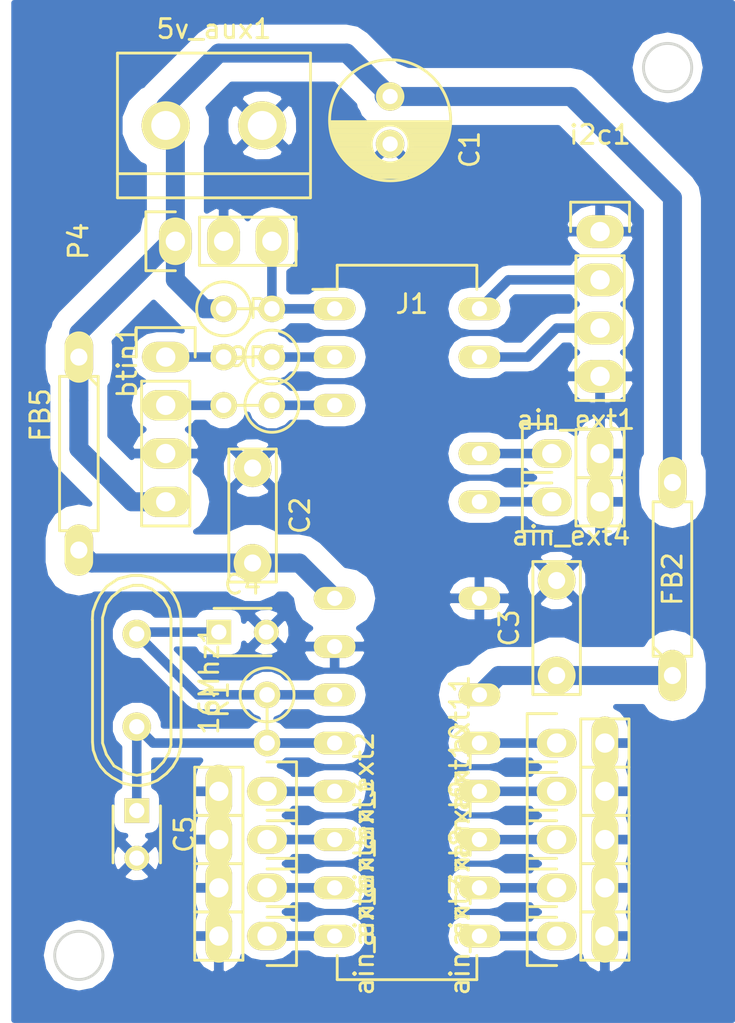
<source format=kicad_pcb>
(kicad_pcb (version 4) (host pcbnew 4.0.6)

  (general
    (links 57)
    (no_connects 0)
    (area 62.36 39.754 101.981001 93.853001)
    (thickness 1.6)
    (drawings 2)
    (tracks 68)
    (zones 0)
    (modules 28)
    (nets 25)
  )

  (page A4)
  (layers
    (0 F.Cu signal)
    (31 B.Cu signal)
    (32 B.Adhes user)
    (33 F.Adhes user)
    (34 B.Paste user)
    (35 F.Paste user)
    (36 B.SilkS user)
    (37 F.SilkS user)
    (38 B.Mask user)
    (39 F.Mask user)
    (40 Dwgs.User user)
    (41 Cmts.User user)
    (42 Eco1.User user)
    (43 Eco2.User user)
    (44 Edge.Cuts user)
    (45 Margin user)
    (46 B.CrtYd user)
    (47 F.CrtYd user)
    (48 B.Fab user)
    (49 F.Fab user)
  )

  (setup
    (last_trace_width 0.5)
    (trace_clearance 0.5)
    (zone_clearance 0.508)
    (zone_45_only no)
    (trace_min 0.2)
    (segment_width 0.2)
    (edge_width 0.15)
    (via_size 1.2)
    (via_drill 0.8)
    (via_min_size 0.4)
    (via_min_drill 0.3)
    (uvia_size 0.3)
    (uvia_drill 0.1)
    (uvias_allowed no)
    (uvia_min_size 0.2)
    (uvia_min_drill 0.1)
    (pcb_text_width 0.3)
    (pcb_text_size 1.5 1.5)
    (mod_edge_width 0.15)
    (mod_text_size 1 1)
    (mod_text_width 0.15)
    (pad_size 2 2)
    (pad_drill 0.9)
    (pad_to_mask_clearance 0.2)
    (solder_mask_min_width 0.3)
    (aux_axis_origin 0 0)
    (grid_origin 90.805 164.465)
    (visible_elements FFFFF77F)
    (pcbplotparams
      (layerselection 0x00030_80000001)
      (usegerberextensions false)
      (excludeedgelayer true)
      (linewidth 0.100000)
      (plotframeref false)
      (viasonmask false)
      (mode 1)
      (useauxorigin false)
      (hpglpennumber 1)
      (hpglpenspeed 20)
      (hpglpendiameter 15)
      (hpglpenoverlay 2)
      (psnegative false)
      (psa4output false)
      (plotreference true)
      (plotvalue true)
      (plotinvisibletext false)
      (padsonsilk false)
      (subtractmaskfromsilk false)
      (outputformat 5)
      (mirror false)
      (drillshape 1)
      (scaleselection 1)
      (outputdirectory output/))
  )

  (net 0 "")
  (net 1 /5V)
  (net 2 GND)
  (net 3 "Net-(C3-Pad1)")
  (net 4 /SCL)
  (net 5 /SDA)
  (net 6 /RX)
  (net 7 /TX)
  (net 8 /A2)
  (net 9 /RST)
  (net 10 "Net-(C2-Pad2)")
  (net 11 /D1)
  (net 12 /D2)
  (net 13 /A1)
  (net 14 /D3)
  (net 15 /D4)
  (net 16 /D5)
  (net 17 /D6)
  (net 18 /D7)
  (net 19 /D8)
  (net 20 /D9)
  (net 21 "Net-(16Mhz1-Pad1)")
  (net 22 "Net-(16Mhz1-Pad2)")
  (net 23 "Net-(J1-Pad2)")
  (net 24 "Net-(J1-Pad3)")

  (net_class Default "This is the default net class."
    (clearance 0.5)
    (trace_width 0.5)
    (via_dia 1.2)
    (via_drill 0.8)
    (uvia_dia 0.3)
    (uvia_drill 0.1)
    (add_net /A1)
    (add_net /A2)
    (add_net /D1)
    (add_net /D2)
    (add_net /D3)
    (add_net /D4)
    (add_net /D5)
    (add_net /D6)
    (add_net /D7)
    (add_net /D8)
    (add_net /D9)
    (add_net /RST)
    (add_net /RX)
    (add_net /SCL)
    (add_net /SDA)
    (add_net /TX)
    (add_net GND)
    (add_net "Net-(16Mhz1-Pad1)")
    (add_net "Net-(16Mhz1-Pad2)")
    (add_net "Net-(J1-Pad2)")
    (add_net "Net-(J1-Pad3)")
  )

  (net_class pwr ""
    (clearance 1)
    (trace_width 1)
    (via_dia 1.5)
    (via_drill 1.1)
    (uvia_dia 0.3)
    (uvia_drill 0.1)
    (add_net /5V)
    (add_net "Net-(C2-Pad2)")
    (add_net "Net-(C3-Pad1)")
  )

  (module Housings_DIP:DIP-28_W7.62mm_LongPads (layer F.Cu) (tedit 597323E6) (tstamp 587A7C77)
    (at 80.899 56.261)
    (descr "28-lead dip package, row spacing 7.62 mm (300 mils), longer pads")
    (tags "dil dip 2.54 300")
    (path /587A7D6F)
    (fp_text reference J1 (at 4.064 -0.254) (layer F.SilkS)
      (effects (font (size 1 1) (thickness 0.15)))
    )
    (fp_text value Atmega328 (at 4.826 -3.302) (layer F.Fab)
      (effects (font (size 1 1) (thickness 0.15)))
    )
    (fp_line (start -1.4 -2.45) (end -1.4 35.5) (layer F.CrtYd) (width 0.05))
    (fp_line (start 9 -2.45) (end 9 35.5) (layer F.CrtYd) (width 0.05))
    (fp_line (start -1.4 -2.45) (end 9 -2.45) (layer F.CrtYd) (width 0.05))
    (fp_line (start -1.4 35.5) (end 9 35.5) (layer F.CrtYd) (width 0.05))
    (fp_line (start 0.135 -2.295) (end 0.135 -1.025) (layer F.SilkS) (width 0.15))
    (fp_line (start 7.485 -2.295) (end 7.485 -1.025) (layer F.SilkS) (width 0.15))
    (fp_line (start 7.485 35.315) (end 7.485 34.045) (layer F.SilkS) (width 0.15))
    (fp_line (start 0.135 35.315) (end 0.135 34.045) (layer F.SilkS) (width 0.15))
    (fp_line (start 0.135 -2.295) (end 7.485 -2.295) (layer F.SilkS) (width 0.15))
    (fp_line (start 0.135 35.315) (end 7.485 35.315) (layer F.SilkS) (width 0.15))
    (fp_line (start 0.135 -1.025) (end -1.15 -1.025) (layer F.SilkS) (width 0.15))
    (pad 10 thru_hole oval (at 0 22.86) (size 2.2 1.2) (drill 0.8) (layers *.Cu *.Mask F.SilkS)
      (net 22 "Net-(16Mhz1-Pad2)"))
    (pad 9 thru_hole oval (at 0 20.32) (size 2.2 1.2) (drill 0.8) (layers *.Cu *.Mask F.SilkS)
      (net 21 "Net-(16Mhz1-Pad1)"))
    (pad 24 thru_hole oval (at 7.62 10.16) (size 2.2 1.2) (drill 0.8) (layers *.Cu *.Mask F.SilkS)
      (net 13 /A1))
    (pad 13 thru_hole oval (at 0 30.48) (size 2.2 1.2) (drill 0.8) (layers *.Cu *.Mask F.SilkS)
      (net 14 /D3))
    (pad 14 thru_hole oval (at 0 33.02) (size 2.2 1.2) (drill 0.8) (layers *.Cu *.Mask F.SilkS)
      (net 15 /D4))
    (pad 19 thru_hole oval (at 7.62 22.86) (size 2.2 1.2) (drill 0.8) (layers *.Cu *.Mask F.SilkS)
      (net 20 /D9))
    (pad 1 thru_hole oval (at 0 0) (size 2.2 1.2) (drill 0.8) (layers *.Cu *.Mask F.SilkS)
      (net 9 /RST))
    (pad 2 thru_hole oval (at 0 2.54) (size 2.2 1.2) (drill 0.8) (layers *.Cu *.Mask F.SilkS)
      (net 23 "Net-(J1-Pad2)"))
    (pad 3 thru_hole oval (at 0 5.08) (size 2.2 1.2) (drill 0.8) (layers *.Cu *.Mask F.SilkS)
      (net 24 "Net-(J1-Pad3)"))
    (pad 7 thru_hole oval (at 0 15.24) (size 2.2 1.2) (drill 0.8) (layers *.Cu *.Mask F.SilkS)
      (net 10 "Net-(C2-Pad2)"))
    (pad 8 thru_hole oval (at 0 17.78) (size 2.2 1.2) (drill 0.8) (layers *.Cu *.Mask F.SilkS)
      (net 2 GND))
    (pad 11 thru_hole oval (at 0 25.4) (size 2.2 1.2) (drill 0.8) (layers *.Cu *.Mask F.SilkS)
      (net 11 /D1))
    (pad 12 thru_hole oval (at 0 27.94) (size 2.2 1.2) (drill 0.8) (layers *.Cu *.Mask F.SilkS)
      (net 12 /D2))
    (pad 15 thru_hole oval (at 7.62 33.02) (size 2.2 1.2) (drill 0.8) (layers *.Cu *.Mask F.SilkS)
      (net 16 /D5))
    (pad 16 thru_hole oval (at 7.62 30.48) (size 2.2 1.2) (drill 0.8) (layers *.Cu *.Mask F.SilkS)
      (net 17 /D6))
    (pad 17 thru_hole oval (at 7.62 27.94) (size 2.2 1.2) (drill 0.8) (layers *.Cu *.Mask F.SilkS)
      (net 18 /D7))
    (pad 18 thru_hole oval (at 7.62 25.4) (size 2.2 1.2) (drill 0.8) (layers *.Cu *.Mask F.SilkS)
      (net 19 /D8))
    (pad 20 thru_hole oval (at 7.62 20.32) (size 2.2 1.2) (drill 0.8) (layers *.Cu *.Mask F.SilkS)
      (net 3 "Net-(C3-Pad1)"))
    (pad 22 thru_hole oval (at 7.62 15.24) (size 2.2 1.2) (drill 0.8) (layers *.Cu *.Mask F.SilkS)
      (net 2 GND))
    (pad 25 thru_hole oval (at 7.62 7.62) (size 2.2 1.2) (drill 0.8) (layers *.Cu *.Mask F.SilkS)
      (net 8 /A2))
    (pad 27 thru_hole oval (at 7.62 2.54) (size 2.2 1.2) (drill 0.8) (layers *.Cu *.Mask F.SilkS)
      (net 5 /SDA))
    (pad 28 thru_hole oval (at 7.62 0) (size 2.2 1.2) (drill 0.8) (layers *.Cu *.Mask F.SilkS)
      (net 4 /SCL))
    (model Housings_DIP.3dshapes/DIP-28_W7.62mm_LongPads.wrl
      (at (xyz 0 0 0))
      (scale (xyz 1 1 1))
      (rotate (xyz 0 0 0))
    )
  )

  (module Connect:bornier2 (layer F.Cu) (tedit 587D00D7) (tstamp 587A7C0B)
    (at 74.549 46.609)
    (descr "Bornier d'alimentation 2 pins")
    (tags DEV)
    (path /587A7D77)
    (fp_text reference 5v_aux1 (at 0 -5.08) (layer F.SilkS)
      (effects (font (size 1 1) (thickness 0.15)))
    )
    (fp_text value CONN_2 (at 0 5.08) (layer F.Fab)
      (effects (font (size 1 1) (thickness 0.15)))
    )
    (fp_line (start 5.08 2.54) (end -5.08 2.54) (layer F.SilkS) (width 0.15))
    (fp_line (start 5.08 3.81) (end 5.08 -3.81) (layer F.SilkS) (width 0.15))
    (fp_line (start 5.08 -3.81) (end -5.08 -3.81) (layer F.SilkS) (width 0.15))
    (fp_line (start -5.08 -3.81) (end -5.08 3.81) (layer F.SilkS) (width 0.15))
    (fp_line (start -5.08 3.81) (end 5.08 3.81) (layer F.SilkS) (width 0.15))
    (pad 1 thru_hole circle (at -2.54 0) (size 2.54 2.54) (drill 1.524) (layers *.Cu *.Mask F.SilkS)
      (net 1 /5V))
    (pad 2 thru_hole circle (at 2.54 0) (size 2.54 2.54) (drill 1.524) (layers *.Cu *.Mask F.SilkS)
      (net 2 GND))
    (model Connect.3dshapes/bornier2.wrl
      (at (xyz 0 0 0))
      (scale (xyz 1 1 1))
      (rotate (xyz 0 0 0))
    )
  )

  (module Capacitors_ThroughHole:C_Radial_D6.3_L11.2_P2.5 (layer F.Cu) (tedit 597323F0) (tstamp 587A7C11)
    (at 83.82 45.085 270)
    (descr "Radial Electrolytic Capacitor, Diameter 6.3mm x Length 11.2mm, Pitch 2.5mm")
    (tags "Electrolytic Capacitor")
    (path /587A7D89)
    (fp_text reference C1 (at 2.794 -4.191 270) (layer F.SilkS)
      (effects (font (size 1 1) (thickness 0.15)))
    )
    (fp_text value 470uF (at -2.794 -2.413 360) (layer F.Fab)
      (effects (font (size 1 1) (thickness 0.15)))
    )
    (fp_line (start 1.325 -3.149) (end 1.325 3.149) (layer F.SilkS) (width 0.15))
    (fp_line (start 1.465 -3.143) (end 1.465 3.143) (layer F.SilkS) (width 0.15))
    (fp_line (start 1.605 -3.13) (end 1.605 -0.446) (layer F.SilkS) (width 0.15))
    (fp_line (start 1.605 0.446) (end 1.605 3.13) (layer F.SilkS) (width 0.15))
    (fp_line (start 1.745 -3.111) (end 1.745 -0.656) (layer F.SilkS) (width 0.15))
    (fp_line (start 1.745 0.656) (end 1.745 3.111) (layer F.SilkS) (width 0.15))
    (fp_line (start 1.885 -3.085) (end 1.885 -0.789) (layer F.SilkS) (width 0.15))
    (fp_line (start 1.885 0.789) (end 1.885 3.085) (layer F.SilkS) (width 0.15))
    (fp_line (start 2.025 -3.053) (end 2.025 -0.88) (layer F.SilkS) (width 0.15))
    (fp_line (start 2.025 0.88) (end 2.025 3.053) (layer F.SilkS) (width 0.15))
    (fp_line (start 2.165 -3.014) (end 2.165 -0.942) (layer F.SilkS) (width 0.15))
    (fp_line (start 2.165 0.942) (end 2.165 3.014) (layer F.SilkS) (width 0.15))
    (fp_line (start 2.305 -2.968) (end 2.305 -0.981) (layer F.SilkS) (width 0.15))
    (fp_line (start 2.305 0.981) (end 2.305 2.968) (layer F.SilkS) (width 0.15))
    (fp_line (start 2.445 -2.915) (end 2.445 -0.998) (layer F.SilkS) (width 0.15))
    (fp_line (start 2.445 0.998) (end 2.445 2.915) (layer F.SilkS) (width 0.15))
    (fp_line (start 2.585 -2.853) (end 2.585 -0.996) (layer F.SilkS) (width 0.15))
    (fp_line (start 2.585 0.996) (end 2.585 2.853) (layer F.SilkS) (width 0.15))
    (fp_line (start 2.725 -2.783) (end 2.725 -0.974) (layer F.SilkS) (width 0.15))
    (fp_line (start 2.725 0.974) (end 2.725 2.783) (layer F.SilkS) (width 0.15))
    (fp_line (start 2.865 -2.704) (end 2.865 -0.931) (layer F.SilkS) (width 0.15))
    (fp_line (start 2.865 0.931) (end 2.865 2.704) (layer F.SilkS) (width 0.15))
    (fp_line (start 3.005 -2.616) (end 3.005 -0.863) (layer F.SilkS) (width 0.15))
    (fp_line (start 3.005 0.863) (end 3.005 2.616) (layer F.SilkS) (width 0.15))
    (fp_line (start 3.145 -2.516) (end 3.145 -0.764) (layer F.SilkS) (width 0.15))
    (fp_line (start 3.145 0.764) (end 3.145 2.516) (layer F.SilkS) (width 0.15))
    (fp_line (start 3.285 -2.404) (end 3.285 -0.619) (layer F.SilkS) (width 0.15))
    (fp_line (start 3.285 0.619) (end 3.285 2.404) (layer F.SilkS) (width 0.15))
    (fp_line (start 3.425 -2.279) (end 3.425 -0.38) (layer F.SilkS) (width 0.15))
    (fp_line (start 3.425 0.38) (end 3.425 2.279) (layer F.SilkS) (width 0.15))
    (fp_line (start 3.565 -2.136) (end 3.565 2.136) (layer F.SilkS) (width 0.15))
    (fp_line (start 3.705 -1.974) (end 3.705 1.974) (layer F.SilkS) (width 0.15))
    (fp_line (start 3.845 -1.786) (end 3.845 1.786) (layer F.SilkS) (width 0.15))
    (fp_line (start 3.985 -1.563) (end 3.985 1.563) (layer F.SilkS) (width 0.15))
    (fp_line (start 4.125 -1.287) (end 4.125 1.287) (layer F.SilkS) (width 0.15))
    (fp_line (start 4.265 -0.912) (end 4.265 0.912) (layer F.SilkS) (width 0.15))
    (fp_circle (center 2.5 0) (end 2.5 -1) (layer F.SilkS) (width 0.15))
    (fp_circle (center 1.25 0) (end 1.25 -3.1875) (layer F.SilkS) (width 0.15))
    (fp_circle (center 1.25 0) (end 1.25 -3.4) (layer F.CrtYd) (width 0.05))
    (pad 2 thru_hole circle (at 2.5 0 270) (size 1.5 1.5) (drill 0.8) (layers *.Cu *.Mask F.SilkS)
      (net 2 GND))
    (pad 1 thru_hole circle (at 0 0 270) (size 1.5 1.5) (drill 0.8) (layers *.Cu *.Mask F.SilkS)
      (net 1 /5V))
    (model Capacitors_ThroughHole.3dshapes/C_Radial_D6.3_L11.2_P2.5.wrl
      (at (xyz 0 0 0))
      (scale (xyz 1 1 1))
      (rotate (xyz 0 0 0))
    )
  )

  (module Capacitors_ThroughHole:C_Rect_L7_W2.5_P5 (layer F.Cu) (tedit 5954EB4C) (tstamp 587A7C17)
    (at 76.581 64.643 270)
    (descr "Film Capacitor Length 7mm x Width 2.5mm, Pitch 5mm")
    (tags Capacitor)
    (path /587A7D70)
    (fp_text reference C2 (at 2.5 -2.5 270) (layer F.SilkS)
      (effects (font (size 1 1) (thickness 0.15)))
    )
    (fp_text value 100nF (at 2.5 2.5 270) (layer F.Fab)
      (effects (font (size 1 1) (thickness 0.15)))
    )
    (fp_line (start -1.25 -1.5) (end 6.25 -1.5) (layer F.CrtYd) (width 0.05))
    (fp_line (start 6.25 -1.5) (end 6.25 1.5) (layer F.CrtYd) (width 0.05))
    (fp_line (start 6.25 1.5) (end -1.25 1.5) (layer F.CrtYd) (width 0.05))
    (fp_line (start -1.25 1.5) (end -1.25 -1.5) (layer F.CrtYd) (width 0.05))
    (fp_line (start -1 -1.25) (end 6 -1.25) (layer F.SilkS) (width 0.15))
    (fp_line (start 6 -1.25) (end 6 1.25) (layer F.SilkS) (width 0.15))
    (fp_line (start 6 1.25) (end -1 1.25) (layer F.SilkS) (width 0.15))
    (fp_line (start -1 1.25) (end -1 -1.25) (layer F.SilkS) (width 0.15))
    (pad 1 thru_hole circle (at 0 0 270) (size 2 2) (drill 0.9) (layers *.Cu *.Mask F.SilkS)
      (net 2 GND))
    (pad 2 thru_hole circle (at 5 0 270) (size 2 2) (drill 0.9) (layers *.Cu *.Mask F.SilkS)
      (net 10 "Net-(C2-Pad2)"))
  )

  (module Capacitors_ThroughHole:C_Rect_L7_W2.5_P5 (layer F.Cu) (tedit 5954EB4F) (tstamp 587A7C1D)
    (at 92.583 75.565 90)
    (descr "Film Capacitor Length 7mm x Width 2.5mm, Pitch 5mm")
    (tags Capacitor)
    (path /587A7D75)
    (fp_text reference C3 (at 2.5 -2.5 90) (layer F.SilkS)
      (effects (font (size 1 1) (thickness 0.15)))
    )
    (fp_text value 100nF (at 2.5 2.5 90) (layer F.Fab)
      (effects (font (size 1 1) (thickness 0.15)))
    )
    (fp_line (start -1.25 -1.5) (end 6.25 -1.5) (layer F.CrtYd) (width 0.05))
    (fp_line (start 6.25 -1.5) (end 6.25 1.5) (layer F.CrtYd) (width 0.05))
    (fp_line (start 6.25 1.5) (end -1.25 1.5) (layer F.CrtYd) (width 0.05))
    (fp_line (start -1.25 1.5) (end -1.25 -1.5) (layer F.CrtYd) (width 0.05))
    (fp_line (start -1 -1.25) (end 6 -1.25) (layer F.SilkS) (width 0.15))
    (fp_line (start 6 -1.25) (end 6 1.25) (layer F.SilkS) (width 0.15))
    (fp_line (start 6 1.25) (end -1 1.25) (layer F.SilkS) (width 0.15))
    (fp_line (start -1 1.25) (end -1 -1.25) (layer F.SilkS) (width 0.15))
    (pad 1 thru_hole circle (at 0 0 90) (size 2 2) (drill 0.9) (layers *.Cu *.Mask F.SilkS)
      (net 3 "Net-(C3-Pad1)"))
    (pad 2 thru_hole circle (at 5 0 90) (size 2 2) (drill 0.9) (layers *.Cu *.Mask F.SilkS)
      (net 2 GND))
  )

  (module Discret:R4 (layer F.Cu) (tedit 5954EB06) (tstamp 587A7C2F)
    (at 98.679 70.485 90)
    (descr "Resitance 4 pas")
    (tags R)
    (path /587A7D7B)
    (fp_text reference FB2 (at 0 0 90) (layer F.SilkS)
      (effects (font (size 1 1) (thickness 0.15)))
    )
    (fp_text value FILTER (at -1.27 0.381 90) (layer F.Fab)
      (effects (font (size 1 1) (thickness 0.15)))
    )
    (fp_line (start -5.08 0) (end -4.064 0) (layer F.SilkS) (width 0.15))
    (fp_line (start -4.064 0) (end -4.064 -1.016) (layer F.SilkS) (width 0.15))
    (fp_line (start -4.064 -1.016) (end 4.064 -1.016) (layer F.SilkS) (width 0.15))
    (fp_line (start 4.064 -1.016) (end 4.064 1.016) (layer F.SilkS) (width 0.15))
    (fp_line (start 4.064 1.016) (end -4.064 1.016) (layer F.SilkS) (width 0.15))
    (fp_line (start -4.064 1.016) (end -4.064 0) (layer F.SilkS) (width 0.15))
    (fp_line (start -4.064 -0.508) (end -3.556 -1.016) (layer F.SilkS) (width 0.15))
    (fp_line (start 5.08 0) (end 4.064 0) (layer F.SilkS) (width 0.15))
    (pad 1 thru_hole oval (at -5.08 0 90) (size 2.7 1.5) (drill 0.9) (layers *.Cu *.Mask F.SilkS)
      (net 3 "Net-(C3-Pad1)"))
    (pad 2 thru_hole oval (at 5.08 0 90) (size 2.7 1.5) (drill 0.9) (layers *.Cu *.Mask F.SilkS)
      (net 1 /5V))
    (model Discret.3dshapes/R4.wrl
      (at (xyz 0 0 0))
      (scale (xyz 0.4 0.4 0.4))
      (rotate (xyz 0 0 0))
    )
  )

  (module Discret:R4 (layer F.Cu) (tedit 59732265) (tstamp 587D170D)
    (at 67.437 63.881 270)
    (descr "Resitance 4 pas")
    (tags R)
    (path /587D1CFF)
    (fp_text reference FB5 (at -2.032 2.032 270) (layer F.SilkS)
      (effects (font (size 1 1) (thickness 0.15)))
    )
    (fp_text value FILTER (at 0 -1.524 270) (layer F.Fab)
      (effects (font (size 1 1) (thickness 0.15)))
    )
    (fp_line (start -5.08 0) (end -4.064 0) (layer F.SilkS) (width 0.15))
    (fp_line (start -4.064 0) (end -4.064 -1.016) (layer F.SilkS) (width 0.15))
    (fp_line (start -4.064 -1.016) (end 4.064 -1.016) (layer F.SilkS) (width 0.15))
    (fp_line (start 4.064 -1.016) (end 4.064 1.016) (layer F.SilkS) (width 0.15))
    (fp_line (start 4.064 1.016) (end -4.064 1.016) (layer F.SilkS) (width 0.15))
    (fp_line (start -4.064 1.016) (end -4.064 0) (layer F.SilkS) (width 0.15))
    (fp_line (start -4.064 -0.508) (end -3.556 -1.016) (layer F.SilkS) (width 0.15))
    (fp_line (start 5.08 0) (end 4.064 0) (layer F.SilkS) (width 0.15))
    (pad 1 thru_hole oval (at -5.08 0 270) (size 2.7 1.5) (drill 0.9) (layers *.Cu *.Mask F.SilkS)
      (net 1 /5V))
    (pad 2 thru_hole oval (at 5.08 0 270) (size 2.7 1.5) (drill 0.9) (layers *.Cu *.Mask F.SilkS)
      (net 10 "Net-(C2-Pad2)"))
    (model Discret.3dshapes/R4.wrl
      (at (xyz 0 0 0))
      (scale (xyz 0.4 0.4 0.4))
      (rotate (xyz 0 0 0))
    )
  )

  (module Pin_Headers:Pin_Header_Straight_1x04 (layer F.Cu) (tedit 597323DE) (tstamp 587FD8C1)
    (at 72.009 58.801)
    (descr "Through hole pin header")
    (tags "pin header")
    (path /587D1EE4)
    (fp_text reference btin1 (at -2.032 0.254 90) (layer F.SilkS)
      (effects (font (size 1 1) (thickness 0.15)))
    )
    (fp_text value CONN_4 (at 0 -3.1) (layer F.Fab)
      (effects (font (size 1 1) (thickness 0.15)))
    )
    (fp_line (start -1.75 -1.75) (end -1.75 9.4) (layer F.CrtYd) (width 0.05))
    (fp_line (start 1.75 -1.75) (end 1.75 9.4) (layer F.CrtYd) (width 0.05))
    (fp_line (start -1.75 -1.75) (end 1.75 -1.75) (layer F.CrtYd) (width 0.05))
    (fp_line (start -1.75 9.4) (end 1.75 9.4) (layer F.CrtYd) (width 0.05))
    (fp_line (start -1.27 1.27) (end -1.27 8.89) (layer F.SilkS) (width 0.15))
    (fp_line (start 1.27 1.27) (end 1.27 8.89) (layer F.SilkS) (width 0.15))
    (fp_line (start 1.55 -1.55) (end 1.55 0) (layer F.SilkS) (width 0.15))
    (fp_line (start -1.27 8.89) (end 1.27 8.89) (layer F.SilkS) (width 0.15))
    (fp_line (start 1.27 1.27) (end -1.27 1.27) (layer F.SilkS) (width 0.15))
    (fp_line (start -1.55 0) (end -1.55 -1.55) (layer F.SilkS) (width 0.15))
    (fp_line (start -1.55 -1.55) (end 1.55 -1.55) (layer F.SilkS) (width 0.15))
    (pad 1 thru_hole oval (at 0 0) (size 2.5 1.6) (drill 1.016) (layers *.Cu *.Mask F.SilkS)
      (net 6 /RX))
    (pad 2 thru_hole oval (at 0 2.54) (size 2.5 1.6) (drill 1.016) (layers *.Cu *.Mask F.SilkS)
      (net 7 /TX))
    (pad 3 thru_hole oval (at 0 5.08) (size 2.5 1.6) (drill 1.016) (layers *.Cu *.Mask F.SilkS)
      (net 2 GND))
    (pad 4 thru_hole oval (at 0 7.62) (size 2.5 1.6) (drill 1.016) (layers *.Cu *.Mask F.SilkS)
      (net 1 /5V))
    (model Pin_Headers.3dshapes/Pin_Header_Straight_1x04.wrl
      (at (xyz 0 -0.15 0))
      (scale (xyz 1 1 1))
      (rotate (xyz 0 0 90))
    )
  )

  (module Pin_Headers:Pin_Header_Straight_1x02 (layer F.Cu) (tedit 5973240A) (tstamp 588045D6)
    (at 92.329 63.881 90)
    (descr "Through hole pin header")
    (tags "pin header")
    (path /587D9387)
    (fp_text reference ain_ext1 (at 1.778 1.27 180) (layer F.SilkS)
      (effects (font (size 1 1) (thickness 0.15)))
    )
    (fp_text value CONN_2 (at 2.032 -4.572 180) (layer F.Fab)
      (effects (font (size 1 1) (thickness 0.15)))
    )
    (fp_line (start 1.27 1.27) (end 1.27 3.81) (layer F.SilkS) (width 0.15))
    (fp_line (start 1.55 -1.55) (end 1.55 0) (layer F.SilkS) (width 0.15))
    (fp_line (start -1.75 -1.75) (end -1.75 4.3) (layer F.CrtYd) (width 0.05))
    (fp_line (start 1.75 -1.75) (end 1.75 4.3) (layer F.CrtYd) (width 0.05))
    (fp_line (start -1.75 -1.75) (end 1.75 -1.75) (layer F.CrtYd) (width 0.05))
    (fp_line (start -1.75 4.3) (end 1.75 4.3) (layer F.CrtYd) (width 0.05))
    (fp_line (start 1.27 1.27) (end -1.27 1.27) (layer F.SilkS) (width 0.15))
    (fp_line (start -1.55 0) (end -1.55 -1.55) (layer F.SilkS) (width 0.15))
    (fp_line (start -1.55 -1.55) (end 1.55 -1.55) (layer F.SilkS) (width 0.15))
    (fp_line (start -1.27 1.27) (end -1.27 3.81) (layer F.SilkS) (width 0.15))
    (fp_line (start -1.27 3.81) (end 1.27 3.81) (layer F.SilkS) (width 0.15))
    (pad 1 thru_hole oval (at 0 0 90) (size 1.5 2.1) (drill 1.016) (layers *.Cu *.Mask F.SilkS)
      (net 8 /A2))
    (pad 2 thru_hole oval (at 0 2.54 90) (size 2.8 1.4) (drill 1.016) (layers *.Cu *.Mask F.SilkS)
      (net 2 GND))
    (model Pin_Headers.3dshapes/Pin_Header_Straight_1x02.wrl
      (at (xyz 0 -0.05 0))
      (scale (xyz 1 1 1))
      (rotate (xyz 0 0 90))
    )
  )

  (module Pin_Headers:Pin_Header_Straight_1x02 (layer F.Cu) (tedit 5973240E) (tstamp 58804609)
    (at 92.329 66.421 90)
    (descr "Through hole pin header")
    (tags "pin header")
    (path /587D9C5B)
    (fp_text reference ain_ext4 (at -1.778 1.016 180) (layer F.SilkS)
      (effects (font (size 1 1) (thickness 0.15)))
    )
    (fp_text value CONN_2 (at -1.778 -5.334 180) (layer F.Fab)
      (effects (font (size 1 1) (thickness 0.15)))
    )
    (fp_line (start 1.27 1.27) (end 1.27 3.81) (layer F.SilkS) (width 0.15))
    (fp_line (start 1.55 -1.55) (end 1.55 0) (layer F.SilkS) (width 0.15))
    (fp_line (start -1.75 -1.75) (end -1.75 4.3) (layer F.CrtYd) (width 0.05))
    (fp_line (start 1.75 -1.75) (end 1.75 4.3) (layer F.CrtYd) (width 0.05))
    (fp_line (start -1.75 -1.75) (end 1.75 -1.75) (layer F.CrtYd) (width 0.05))
    (fp_line (start -1.75 4.3) (end 1.75 4.3) (layer F.CrtYd) (width 0.05))
    (fp_line (start 1.27 1.27) (end -1.27 1.27) (layer F.SilkS) (width 0.15))
    (fp_line (start -1.55 0) (end -1.55 -1.55) (layer F.SilkS) (width 0.15))
    (fp_line (start -1.55 -1.55) (end 1.55 -1.55) (layer F.SilkS) (width 0.15))
    (fp_line (start -1.27 1.27) (end -1.27 3.81) (layer F.SilkS) (width 0.15))
    (fp_line (start -1.27 3.81) (end 1.27 3.81) (layer F.SilkS) (width 0.15))
    (pad 1 thru_hole oval (at 0 0 90) (size 1.5 2.1) (drill 1.016) (layers *.Cu *.Mask F.SilkS)
      (net 13 /A1))
    (pad 2 thru_hole oval (at 0 2.54 90) (size 2.8 1.4) (drill 1.016) (layers *.Cu *.Mask F.SilkS)
      (net 2 GND))
    (model Pin_Headers.3dshapes/Pin_Header_Straight_1x02.wrl
      (at (xyz 0 -0.05 0))
      (scale (xyz 1 1 1))
      (rotate (xyz 0 0 90))
    )
  )

  (module Pin_Headers:Pin_Header_Straight_1x03 (layer F.Cu) (tedit 597323DA) (tstamp 58AC5C8F)
    (at 72.517 52.705 90)
    (descr "Through hole pin header")
    (tags "pin header")
    (path /5886ADA8)
    (fp_text reference P4 (at 0 -5.1 90) (layer F.SilkS)
      (effects (font (size 1 1) (thickness 0.15)))
    )
    (fp_text value CONN_01X03 (at 1.778 -8.382 90) (layer F.Fab)
      (effects (font (size 1 1) (thickness 0.15)))
    )
    (fp_line (start -1.75 -1.75) (end -1.75 6.85) (layer F.CrtYd) (width 0.05))
    (fp_line (start 1.75 -1.75) (end 1.75 6.85) (layer F.CrtYd) (width 0.05))
    (fp_line (start -1.75 -1.75) (end 1.75 -1.75) (layer F.CrtYd) (width 0.05))
    (fp_line (start -1.75 6.85) (end 1.75 6.85) (layer F.CrtYd) (width 0.05))
    (fp_line (start -1.27 1.27) (end -1.27 6.35) (layer F.SilkS) (width 0.15))
    (fp_line (start -1.27 6.35) (end 1.27 6.35) (layer F.SilkS) (width 0.15))
    (fp_line (start 1.27 6.35) (end 1.27 1.27) (layer F.SilkS) (width 0.15))
    (fp_line (start 1.55 -1.55) (end 1.55 0) (layer F.SilkS) (width 0.15))
    (fp_line (start 1.27 1.27) (end -1.27 1.27) (layer F.SilkS) (width 0.15))
    (fp_line (start -1.55 0) (end -1.55 -1.55) (layer F.SilkS) (width 0.15))
    (fp_line (start -1.55 -1.55) (end 1.55 -1.55) (layer F.SilkS) (width 0.15))
    (pad 1 thru_hole oval (at 0 0 90) (size 2.5 1.7272) (drill 1.016) (layers *.Cu *.Mask F.SilkS)
      (net 1 /5V))
    (pad 2 thru_hole oval (at 0 2.54 90) (size 2.5 1.7272) (drill 1.016) (layers *.Cu *.Mask F.SilkS)
      (net 2 GND))
    (pad 3 thru_hole oval (at 0 5.08 90) (size 2.5 1.7272) (drill 1.016) (layers *.Cu *.Mask F.SilkS)
      (net 9 /RST))
    (model Pin_Headers.3dshapes/Pin_Header_Straight_1x03.wrl
      (at (xyz 0 -0.1 0))
      (scale (xyz 1 1 1))
      (rotate (xyz 0 0 90))
    )
  )

  (module Pin_Headers:Pin_Header_Straight_1x02 (layer F.Cu) (tedit 5954EA75) (tstamp 5954E64F)
    (at 77.343 81.661 270)
    (descr "Through hole pin header")
    (tags "pin header")
    (path /59558553)
    (fp_text reference ain_ext2 (at 0 -5.1 270) (layer F.SilkS)
      (effects (font (size 1 1) (thickness 0.15)))
    )
    (fp_text value CONN_2 (at 0 -3.1 270) (layer F.Fab)
      (effects (font (size 1 1) (thickness 0.15)))
    )
    (fp_line (start 1.27 1.27) (end 1.27 3.81) (layer F.SilkS) (width 0.15))
    (fp_line (start 1.55 -1.55) (end 1.55 0) (layer F.SilkS) (width 0.15))
    (fp_line (start -1.75 -1.75) (end -1.75 4.3) (layer F.CrtYd) (width 0.05))
    (fp_line (start 1.75 -1.75) (end 1.75 4.3) (layer F.CrtYd) (width 0.05))
    (fp_line (start -1.75 -1.75) (end 1.75 -1.75) (layer F.CrtYd) (width 0.05))
    (fp_line (start -1.75 4.3) (end 1.75 4.3) (layer F.CrtYd) (width 0.05))
    (fp_line (start 1.27 1.27) (end -1.27 1.27) (layer F.SilkS) (width 0.15))
    (fp_line (start -1.55 0) (end -1.55 -1.55) (layer F.SilkS) (width 0.15))
    (fp_line (start -1.55 -1.55) (end 1.55 -1.55) (layer F.SilkS) (width 0.15))
    (fp_line (start -1.27 1.27) (end -1.27 3.81) (layer F.SilkS) (width 0.15))
    (fp_line (start -1.27 3.81) (end 1.27 3.81) (layer F.SilkS) (width 0.15))
    (pad 1 thru_hole oval (at 0 0 270) (size 1.5 2.1) (drill 1.016) (layers *.Cu *.Mask F.SilkS)
      (net 11 /D1))
    (pad 2 thru_hole oval (at 0 2.54 270) (size 2.8 1.4) (drill 1.016) (layers *.Cu *.Mask F.SilkS)
      (net 2 GND))
    (model Pin_Headers.3dshapes/Pin_Header_Straight_1x02.wrl
      (at (xyz 0 -0.05 0))
      (scale (xyz 1 1 1))
      (rotate (xyz 0 0 90))
    )
  )

  (module Pin_Headers:Pin_Header_Straight_1x02 (layer F.Cu) (tedit 5954EA7C) (tstamp 5954EC2D)
    (at 77.343 84.201 270)
    (descr "Through hole pin header")
    (tags "pin header")
    (path /59558546)
    (fp_text reference ain_ext3 (at 0 -5.1 270) (layer F.SilkS)
      (effects (font (size 1 1) (thickness 0.15)))
    )
    (fp_text value CONN_2 (at 0 -3.1 270) (layer F.Fab)
      (effects (font (size 1 1) (thickness 0.15)))
    )
    (fp_line (start 1.27 1.27) (end 1.27 3.81) (layer F.SilkS) (width 0.15))
    (fp_line (start 1.55 -1.55) (end 1.55 0) (layer F.SilkS) (width 0.15))
    (fp_line (start -1.75 -1.75) (end -1.75 4.3) (layer F.CrtYd) (width 0.05))
    (fp_line (start 1.75 -1.75) (end 1.75 4.3) (layer F.CrtYd) (width 0.05))
    (fp_line (start -1.75 -1.75) (end 1.75 -1.75) (layer F.CrtYd) (width 0.05))
    (fp_line (start -1.75 4.3) (end 1.75 4.3) (layer F.CrtYd) (width 0.05))
    (fp_line (start 1.27 1.27) (end -1.27 1.27) (layer F.SilkS) (width 0.15))
    (fp_line (start -1.55 0) (end -1.55 -1.55) (layer F.SilkS) (width 0.15))
    (fp_line (start -1.55 -1.55) (end 1.55 -1.55) (layer F.SilkS) (width 0.15))
    (fp_line (start -1.27 1.27) (end -1.27 3.81) (layer F.SilkS) (width 0.15))
    (fp_line (start -1.27 3.81) (end 1.27 3.81) (layer F.SilkS) (width 0.15))
    (pad 1 thru_hole oval (at 0 0 270) (size 1.5 2.1) (drill 1.016) (layers *.Cu *.Mask F.SilkS)
      (net 12 /D2))
    (pad 2 thru_hole oval (at 0 2.54 270) (size 2.8 1.4) (drill 1.016) (layers *.Cu *.Mask F.SilkS)
      (net 2 GND))
    (model Pin_Headers.3dshapes/Pin_Header_Straight_1x02.wrl
      (at (xyz 0 -0.05 0))
      (scale (xyz 1 1 1))
      (rotate (xyz 0 0 90))
    )
  )

  (module Pin_Headers:Pin_Header_Straight_1x02 (layer F.Cu) (tedit 5954EA7E) (tstamp 5954EC33)
    (at 77.343 86.741 270)
    (descr "Through hole pin header")
    (tags "pin header")
    (path /595586C9)
    (fp_text reference ain_ext5 (at 0 -5.1 270) (layer F.SilkS)
      (effects (font (size 1 1) (thickness 0.15)))
    )
    (fp_text value CONN_2 (at 0 -3.1 270) (layer F.Fab)
      (effects (font (size 1 1) (thickness 0.15)))
    )
    (fp_line (start 1.27 1.27) (end 1.27 3.81) (layer F.SilkS) (width 0.15))
    (fp_line (start 1.55 -1.55) (end 1.55 0) (layer F.SilkS) (width 0.15))
    (fp_line (start -1.75 -1.75) (end -1.75 4.3) (layer F.CrtYd) (width 0.05))
    (fp_line (start 1.75 -1.75) (end 1.75 4.3) (layer F.CrtYd) (width 0.05))
    (fp_line (start -1.75 -1.75) (end 1.75 -1.75) (layer F.CrtYd) (width 0.05))
    (fp_line (start -1.75 4.3) (end 1.75 4.3) (layer F.CrtYd) (width 0.05))
    (fp_line (start 1.27 1.27) (end -1.27 1.27) (layer F.SilkS) (width 0.15))
    (fp_line (start -1.55 0) (end -1.55 -1.55) (layer F.SilkS) (width 0.15))
    (fp_line (start -1.55 -1.55) (end 1.55 -1.55) (layer F.SilkS) (width 0.15))
    (fp_line (start -1.27 1.27) (end -1.27 3.81) (layer F.SilkS) (width 0.15))
    (fp_line (start -1.27 3.81) (end 1.27 3.81) (layer F.SilkS) (width 0.15))
    (pad 1 thru_hole oval (at 0 0 270) (size 1.5 2.1) (drill 1.016) (layers *.Cu *.Mask F.SilkS)
      (net 14 /D3))
    (pad 2 thru_hole oval (at 0 2.54 270) (size 2.8 1.4) (drill 1.016) (layers *.Cu *.Mask F.SilkS)
      (net 2 GND))
    (model Pin_Headers.3dshapes/Pin_Header_Straight_1x02.wrl
      (at (xyz 0 -0.05 0))
      (scale (xyz 1 1 1))
      (rotate (xyz 0 0 90))
    )
  )

  (module Pin_Headers:Pin_Header_Straight_1x02 (layer F.Cu) (tedit 5954EA83) (tstamp 5954EC39)
    (at 77.343 89.281 270)
    (descr "Through hole pin header")
    (tags "pin header")
    (path /595586BC)
    (fp_text reference ain_ext6 (at 0 -5.1 270) (layer F.SilkS)
      (effects (font (size 1 1) (thickness 0.15)))
    )
    (fp_text value CONN_2 (at 0 -3.1 270) (layer F.Fab)
      (effects (font (size 1 1) (thickness 0.15)))
    )
    (fp_line (start 1.27 1.27) (end 1.27 3.81) (layer F.SilkS) (width 0.15))
    (fp_line (start 1.55 -1.55) (end 1.55 0) (layer F.SilkS) (width 0.15))
    (fp_line (start -1.75 -1.75) (end -1.75 4.3) (layer F.CrtYd) (width 0.05))
    (fp_line (start 1.75 -1.75) (end 1.75 4.3) (layer F.CrtYd) (width 0.05))
    (fp_line (start -1.75 -1.75) (end 1.75 -1.75) (layer F.CrtYd) (width 0.05))
    (fp_line (start -1.75 4.3) (end 1.75 4.3) (layer F.CrtYd) (width 0.05))
    (fp_line (start 1.27 1.27) (end -1.27 1.27) (layer F.SilkS) (width 0.15))
    (fp_line (start -1.55 0) (end -1.55 -1.55) (layer F.SilkS) (width 0.15))
    (fp_line (start -1.55 -1.55) (end 1.55 -1.55) (layer F.SilkS) (width 0.15))
    (fp_line (start -1.27 1.27) (end -1.27 3.81) (layer F.SilkS) (width 0.15))
    (fp_line (start -1.27 3.81) (end 1.27 3.81) (layer F.SilkS) (width 0.15))
    (pad 1 thru_hole oval (at 0 0 270) (size 1.5 2.1) (drill 1.016) (layers *.Cu *.Mask F.SilkS)
      (net 15 /D4))
    (pad 2 thru_hole oval (at 0 2.54 270) (size 2.8 1.4) (drill 1.016) (layers *.Cu *.Mask F.SilkS)
      (net 2 GND))
    (model Pin_Headers.3dshapes/Pin_Header_Straight_1x02.wrl
      (at (xyz 0 -0.05 0))
      (scale (xyz 1 1 1))
      (rotate (xyz 0 0 90))
    )
  )

  (module Pin_Headers:Pin_Header_Straight_1x02 (layer F.Cu) (tedit 5954EA89) (tstamp 5954EC3F)
    (at 92.583 89.281 90)
    (descr "Through hole pin header")
    (tags "pin header")
    (path /59558B5C)
    (fp_text reference ain_ext7 (at 0 -5.1 90) (layer F.SilkS)
      (effects (font (size 1 1) (thickness 0.15)))
    )
    (fp_text value CONN_2 (at 0 -3.1 90) (layer F.Fab)
      (effects (font (size 1 1) (thickness 0.15)))
    )
    (fp_line (start 1.27 1.27) (end 1.27 3.81) (layer F.SilkS) (width 0.15))
    (fp_line (start 1.55 -1.55) (end 1.55 0) (layer F.SilkS) (width 0.15))
    (fp_line (start -1.75 -1.75) (end -1.75 4.3) (layer F.CrtYd) (width 0.05))
    (fp_line (start 1.75 -1.75) (end 1.75 4.3) (layer F.CrtYd) (width 0.05))
    (fp_line (start -1.75 -1.75) (end 1.75 -1.75) (layer F.CrtYd) (width 0.05))
    (fp_line (start -1.75 4.3) (end 1.75 4.3) (layer F.CrtYd) (width 0.05))
    (fp_line (start 1.27 1.27) (end -1.27 1.27) (layer F.SilkS) (width 0.15))
    (fp_line (start -1.55 0) (end -1.55 -1.55) (layer F.SilkS) (width 0.15))
    (fp_line (start -1.55 -1.55) (end 1.55 -1.55) (layer F.SilkS) (width 0.15))
    (fp_line (start -1.27 1.27) (end -1.27 3.81) (layer F.SilkS) (width 0.15))
    (fp_line (start -1.27 3.81) (end 1.27 3.81) (layer F.SilkS) (width 0.15))
    (pad 1 thru_hole oval (at 0 0 90) (size 1.5 2.1) (drill 1.016) (layers *.Cu *.Mask F.SilkS)
      (net 16 /D5))
    (pad 2 thru_hole oval (at 0 2.54 90) (size 2.8 1.4) (drill 1.016) (layers *.Cu *.Mask F.SilkS)
      (net 2 GND))
    (model Pin_Headers.3dshapes/Pin_Header_Straight_1x02.wrl
      (at (xyz 0 -0.05 0))
      (scale (xyz 1 1 1))
      (rotate (xyz 0 0 90))
    )
  )

  (module Pin_Headers:Pin_Header_Straight_1x02 (layer F.Cu) (tedit 5954EA8D) (tstamp 5954EC45)
    (at 92.583 86.741 90)
    (descr "Through hole pin header")
    (tags "pin header")
    (path /59558B4F)
    (fp_text reference ain_ext8 (at 0 -5.1 90) (layer F.SilkS)
      (effects (font (size 1 1) (thickness 0.15)))
    )
    (fp_text value CONN_2 (at 0 -3.1 90) (layer F.Fab)
      (effects (font (size 1 1) (thickness 0.15)))
    )
    (fp_line (start 1.27 1.27) (end 1.27 3.81) (layer F.SilkS) (width 0.15))
    (fp_line (start 1.55 -1.55) (end 1.55 0) (layer F.SilkS) (width 0.15))
    (fp_line (start -1.75 -1.75) (end -1.75 4.3) (layer F.CrtYd) (width 0.05))
    (fp_line (start 1.75 -1.75) (end 1.75 4.3) (layer F.CrtYd) (width 0.05))
    (fp_line (start -1.75 -1.75) (end 1.75 -1.75) (layer F.CrtYd) (width 0.05))
    (fp_line (start -1.75 4.3) (end 1.75 4.3) (layer F.CrtYd) (width 0.05))
    (fp_line (start 1.27 1.27) (end -1.27 1.27) (layer F.SilkS) (width 0.15))
    (fp_line (start -1.55 0) (end -1.55 -1.55) (layer F.SilkS) (width 0.15))
    (fp_line (start -1.55 -1.55) (end 1.55 -1.55) (layer F.SilkS) (width 0.15))
    (fp_line (start -1.27 1.27) (end -1.27 3.81) (layer F.SilkS) (width 0.15))
    (fp_line (start -1.27 3.81) (end 1.27 3.81) (layer F.SilkS) (width 0.15))
    (pad 1 thru_hole oval (at 0 0 90) (size 1.5 2.1) (drill 1.016) (layers *.Cu *.Mask F.SilkS)
      (net 17 /D6))
    (pad 2 thru_hole oval (at 0 2.54 90) (size 2.8 1.4) (drill 1.016) (layers *.Cu *.Mask F.SilkS)
      (net 2 GND))
    (model Pin_Headers.3dshapes/Pin_Header_Straight_1x02.wrl
      (at (xyz 0 -0.05 0))
      (scale (xyz 1 1 1))
      (rotate (xyz 0 0 90))
    )
  )

  (module Pin_Headers:Pin_Header_Straight_1x02 (layer F.Cu) (tedit 5954EA90) (tstamp 5954EC4B)
    (at 92.583 84.201 90)
    (descr "Through hole pin header")
    (tags "pin header")
    (path /59558B7A)
    (fp_text reference ain_ext9 (at 0 -5.1 90) (layer F.SilkS)
      (effects (font (size 1 1) (thickness 0.15)))
    )
    (fp_text value CONN_2 (at 0 -3.1 90) (layer F.Fab)
      (effects (font (size 1 1) (thickness 0.15)))
    )
    (fp_line (start 1.27 1.27) (end 1.27 3.81) (layer F.SilkS) (width 0.15))
    (fp_line (start 1.55 -1.55) (end 1.55 0) (layer F.SilkS) (width 0.15))
    (fp_line (start -1.75 -1.75) (end -1.75 4.3) (layer F.CrtYd) (width 0.05))
    (fp_line (start 1.75 -1.75) (end 1.75 4.3) (layer F.CrtYd) (width 0.05))
    (fp_line (start -1.75 -1.75) (end 1.75 -1.75) (layer F.CrtYd) (width 0.05))
    (fp_line (start -1.75 4.3) (end 1.75 4.3) (layer F.CrtYd) (width 0.05))
    (fp_line (start 1.27 1.27) (end -1.27 1.27) (layer F.SilkS) (width 0.15))
    (fp_line (start -1.55 0) (end -1.55 -1.55) (layer F.SilkS) (width 0.15))
    (fp_line (start -1.55 -1.55) (end 1.55 -1.55) (layer F.SilkS) (width 0.15))
    (fp_line (start -1.27 1.27) (end -1.27 3.81) (layer F.SilkS) (width 0.15))
    (fp_line (start -1.27 3.81) (end 1.27 3.81) (layer F.SilkS) (width 0.15))
    (pad 1 thru_hole oval (at 0 0 90) (size 1.5 2.1) (drill 1.016) (layers *.Cu *.Mask F.SilkS)
      (net 18 /D7))
    (pad 2 thru_hole oval (at 0 2.54 90) (size 2.8 1.4) (drill 1.016) (layers *.Cu *.Mask F.SilkS)
      (net 2 GND))
    (model Pin_Headers.3dshapes/Pin_Header_Straight_1x02.wrl
      (at (xyz 0 -0.05 0))
      (scale (xyz 1 1 1))
      (rotate (xyz 0 0 90))
    )
  )

  (module Pin_Headers:Pin_Header_Straight_1x02 (layer F.Cu) (tedit 5954EA92) (tstamp 5954EC51)
    (at 92.583 81.661 90)
    (descr "Through hole pin header")
    (tags "pin header")
    (path /59558B6D)
    (fp_text reference ain_ext10 (at 0 -5.1 90) (layer F.SilkS)
      (effects (font (size 1 1) (thickness 0.15)))
    )
    (fp_text value CONN_2 (at 0 -3.1 90) (layer F.Fab)
      (effects (font (size 1 1) (thickness 0.15)))
    )
    (fp_line (start 1.27 1.27) (end 1.27 3.81) (layer F.SilkS) (width 0.15))
    (fp_line (start 1.55 -1.55) (end 1.55 0) (layer F.SilkS) (width 0.15))
    (fp_line (start -1.75 -1.75) (end -1.75 4.3) (layer F.CrtYd) (width 0.05))
    (fp_line (start 1.75 -1.75) (end 1.75 4.3) (layer F.CrtYd) (width 0.05))
    (fp_line (start -1.75 -1.75) (end 1.75 -1.75) (layer F.CrtYd) (width 0.05))
    (fp_line (start -1.75 4.3) (end 1.75 4.3) (layer F.CrtYd) (width 0.05))
    (fp_line (start 1.27 1.27) (end -1.27 1.27) (layer F.SilkS) (width 0.15))
    (fp_line (start -1.55 0) (end -1.55 -1.55) (layer F.SilkS) (width 0.15))
    (fp_line (start -1.55 -1.55) (end 1.55 -1.55) (layer F.SilkS) (width 0.15))
    (fp_line (start -1.27 1.27) (end -1.27 3.81) (layer F.SilkS) (width 0.15))
    (fp_line (start -1.27 3.81) (end 1.27 3.81) (layer F.SilkS) (width 0.15))
    (pad 1 thru_hole oval (at 0 0 90) (size 1.5 2.1) (drill 1.016) (layers *.Cu *.Mask F.SilkS)
      (net 19 /D8))
    (pad 2 thru_hole oval (at 0 2.54 90) (size 2.8 1.4) (drill 1.016) (layers *.Cu *.Mask F.SilkS)
      (net 2 GND))
    (model Pin_Headers.3dshapes/Pin_Header_Straight_1x02.wrl
      (at (xyz 0 -0.05 0))
      (scale (xyz 1 1 1))
      (rotate (xyz 0 0 90))
    )
  )

  (module Pin_Headers:Pin_Header_Straight_1x02 (layer F.Cu) (tedit 5954EA94) (tstamp 5954EC57)
    (at 92.583 79.121 90)
    (descr "Through hole pin header")
    (tags "pin header")
    (path /59558B98)
    (fp_text reference ain_ext11 (at 0 -5.1 90) (layer F.SilkS)
      (effects (font (size 1 1) (thickness 0.15)))
    )
    (fp_text value CONN_2 (at 0 -3.1 90) (layer F.Fab)
      (effects (font (size 1 1) (thickness 0.15)))
    )
    (fp_line (start 1.27 1.27) (end 1.27 3.81) (layer F.SilkS) (width 0.15))
    (fp_line (start 1.55 -1.55) (end 1.55 0) (layer F.SilkS) (width 0.15))
    (fp_line (start -1.75 -1.75) (end -1.75 4.3) (layer F.CrtYd) (width 0.05))
    (fp_line (start 1.75 -1.75) (end 1.75 4.3) (layer F.CrtYd) (width 0.05))
    (fp_line (start -1.75 -1.75) (end 1.75 -1.75) (layer F.CrtYd) (width 0.05))
    (fp_line (start -1.75 4.3) (end 1.75 4.3) (layer F.CrtYd) (width 0.05))
    (fp_line (start 1.27 1.27) (end -1.27 1.27) (layer F.SilkS) (width 0.15))
    (fp_line (start -1.55 0) (end -1.55 -1.55) (layer F.SilkS) (width 0.15))
    (fp_line (start -1.55 -1.55) (end 1.55 -1.55) (layer F.SilkS) (width 0.15))
    (fp_line (start -1.27 1.27) (end -1.27 3.81) (layer F.SilkS) (width 0.15))
    (fp_line (start -1.27 3.81) (end 1.27 3.81) (layer F.SilkS) (width 0.15))
    (pad 1 thru_hole oval (at 0 0 90) (size 1.5 2.1) (drill 1.016) (layers *.Cu *.Mask F.SilkS)
      (net 20 /D9))
    (pad 2 thru_hole oval (at 0 2.54 90) (size 2.8 1.4) (drill 1.016) (layers *.Cu *.Mask F.SilkS)
      (net 2 GND))
    (model Pin_Headers.3dshapes/Pin_Header_Straight_1x02.wrl
      (at (xyz 0 -0.05 0))
      (scale (xyz 1 1 1))
      (rotate (xyz 0 0 90))
    )
  )

  (module Pin_Headers:Pin_Header_Straight_1x04 (layer F.Cu) (tedit 5954E92C) (tstamp 5954EC58)
    (at 94.869 52.197)
    (descr "Through hole pin header")
    (tags "pin header")
    (path /587A7D7E)
    (fp_text reference i2c1 (at 0 -5.1) (layer F.SilkS)
      (effects (font (size 1 1) (thickness 0.15)))
    )
    (fp_text value CONN_4 (at 0 -3.1) (layer F.Fab)
      (effects (font (size 1 1) (thickness 0.15)))
    )
    (fp_line (start -1.75 -1.75) (end -1.75 9.4) (layer F.CrtYd) (width 0.05))
    (fp_line (start 1.75 -1.75) (end 1.75 9.4) (layer F.CrtYd) (width 0.05))
    (fp_line (start -1.75 -1.75) (end 1.75 -1.75) (layer F.CrtYd) (width 0.05))
    (fp_line (start -1.75 9.4) (end 1.75 9.4) (layer F.CrtYd) (width 0.05))
    (fp_line (start -1.27 1.27) (end -1.27 8.89) (layer F.SilkS) (width 0.15))
    (fp_line (start 1.27 1.27) (end 1.27 8.89) (layer F.SilkS) (width 0.15))
    (fp_line (start 1.55 -1.55) (end 1.55 0) (layer F.SilkS) (width 0.15))
    (fp_line (start -1.27 8.89) (end 1.27 8.89) (layer F.SilkS) (width 0.15))
    (fp_line (start 1.27 1.27) (end -1.27 1.27) (layer F.SilkS) (width 0.15))
    (fp_line (start -1.55 0) (end -1.55 -1.55) (layer F.SilkS) (width 0.15))
    (fp_line (start -1.55 -1.55) (end 1.55 -1.55) (layer F.SilkS) (width 0.15))
    (pad 1 thru_hole oval (at 0 0) (size 2.5 1.7272) (drill 1.016) (layers *.Cu *.Mask F.SilkS)
      (net 2 GND))
    (pad 2 thru_hole oval (at 0 2.54) (size 2.5 1.7272) (drill 1.016) (layers *.Cu *.Mask F.SilkS)
      (net 4 /SCL))
    (pad 3 thru_hole oval (at 0 5.08) (size 2.5 1.7272) (drill 1.016) (layers *.Cu *.Mask F.SilkS)
      (net 5 /SDA))
    (pad 4 thru_hole oval (at 0 7.62) (size 2.5 1.7272) (drill 1.016) (layers *.Cu *.Mask F.SilkS)
      (net 2 GND))
    (model Pin_Headers.3dshapes/Pin_Header_Straight_1x04.wrl
      (at (xyz 0 -0.15 0))
      (scale (xyz 1 1 1))
      (rotate (xyz 0 0 90))
    )
  )

  (module Crystals:Crystal_HC49-U_Vertical (layer F.Cu) (tedit 0) (tstamp 59731D7D)
    (at 70.485 75.819 270)
    (descr "Crystal Quarz HC49/U vertical stehend")
    (tags "Crystal Quarz HC49/U vertical stehend")
    (path /5973247B)
    (fp_text reference 16Mhz1 (at 0 -3.81 270) (layer F.SilkS)
      (effects (font (size 1 1) (thickness 0.15)))
    )
    (fp_text value Crystal_Small (at 0 3.81 270) (layer F.Fab)
      (effects (font (size 1 1) (thickness 0.15)))
    )
    (fp_line (start 4.699 -1.00076) (end 4.89966 -0.59944) (layer F.SilkS) (width 0.15))
    (fp_line (start 4.89966 -0.59944) (end 5.00126 0) (layer F.SilkS) (width 0.15))
    (fp_line (start 5.00126 0) (end 4.89966 0.50038) (layer F.SilkS) (width 0.15))
    (fp_line (start 4.89966 0.50038) (end 4.50088 1.19888) (layer F.SilkS) (width 0.15))
    (fp_line (start 4.50088 1.19888) (end 3.8989 1.6002) (layer F.SilkS) (width 0.15))
    (fp_line (start 3.8989 1.6002) (end 3.29946 1.80086) (layer F.SilkS) (width 0.15))
    (fp_line (start 3.29946 1.80086) (end -3.29946 1.80086) (layer F.SilkS) (width 0.15))
    (fp_line (start -3.29946 1.80086) (end -4.0005 1.6002) (layer F.SilkS) (width 0.15))
    (fp_line (start -4.0005 1.6002) (end -4.39928 1.30048) (layer F.SilkS) (width 0.15))
    (fp_line (start -4.39928 1.30048) (end -4.8006 0.8001) (layer F.SilkS) (width 0.15))
    (fp_line (start -4.8006 0.8001) (end -5.00126 0.20066) (layer F.SilkS) (width 0.15))
    (fp_line (start -5.00126 0.20066) (end -5.00126 -0.29972) (layer F.SilkS) (width 0.15))
    (fp_line (start -5.00126 -0.29972) (end -4.8006 -0.8001) (layer F.SilkS) (width 0.15))
    (fp_line (start -4.8006 -0.8001) (end -4.30022 -1.39954) (layer F.SilkS) (width 0.15))
    (fp_line (start -4.30022 -1.39954) (end -3.79984 -1.69926) (layer F.SilkS) (width 0.15))
    (fp_line (start -3.79984 -1.69926) (end -3.29946 -1.80086) (layer F.SilkS) (width 0.15))
    (fp_line (start -3.2004 -1.80086) (end 3.40106 -1.80086) (layer F.SilkS) (width 0.15))
    (fp_line (start 3.40106 -1.80086) (end 3.79984 -1.69926) (layer F.SilkS) (width 0.15))
    (fp_line (start 3.79984 -1.69926) (end 4.30022 -1.39954) (layer F.SilkS) (width 0.15))
    (fp_line (start 4.30022 -1.39954) (end 4.8006 -0.89916) (layer F.SilkS) (width 0.15))
    (fp_line (start -3.19024 -2.32918) (end -3.64998 -2.28092) (layer F.SilkS) (width 0.15))
    (fp_line (start -3.64998 -2.28092) (end -4.04876 -2.16916) (layer F.SilkS) (width 0.15))
    (fp_line (start -4.04876 -2.16916) (end -4.48056 -1.95072) (layer F.SilkS) (width 0.15))
    (fp_line (start -4.48056 -1.95072) (end -4.77012 -1.71958) (layer F.SilkS) (width 0.15))
    (fp_line (start -4.77012 -1.71958) (end -5.10032 -1.36906) (layer F.SilkS) (width 0.15))
    (fp_line (start -5.10032 -1.36906) (end -5.38988 -0.83058) (layer F.SilkS) (width 0.15))
    (fp_line (start -5.38988 -0.83058) (end -5.51942 -0.23114) (layer F.SilkS) (width 0.15))
    (fp_line (start -5.51942 -0.23114) (end -5.51942 0.2794) (layer F.SilkS) (width 0.15))
    (fp_line (start -5.51942 0.2794) (end -5.34924 0.98044) (layer F.SilkS) (width 0.15))
    (fp_line (start -5.34924 0.98044) (end -4.95046 1.56972) (layer F.SilkS) (width 0.15))
    (fp_line (start -4.95046 1.56972) (end -4.49072 1.94056) (layer F.SilkS) (width 0.15))
    (fp_line (start -4.49072 1.94056) (end -4.06908 2.14884) (layer F.SilkS) (width 0.15))
    (fp_line (start -4.06908 2.14884) (end -3.6195 2.30886) (layer F.SilkS) (width 0.15))
    (fp_line (start -3.6195 2.30886) (end -3.18008 2.33934) (layer F.SilkS) (width 0.15))
    (fp_line (start 4.16052 2.1209) (end 4.53898 1.89992) (layer F.SilkS) (width 0.15))
    (fp_line (start 4.53898 1.89992) (end 4.85902 1.62052) (layer F.SilkS) (width 0.15))
    (fp_line (start 4.85902 1.62052) (end 5.11048 1.29032) (layer F.SilkS) (width 0.15))
    (fp_line (start 5.11048 1.29032) (end 5.4102 0.73914) (layer F.SilkS) (width 0.15))
    (fp_line (start 5.4102 0.73914) (end 5.51942 0.26924) (layer F.SilkS) (width 0.15))
    (fp_line (start 5.51942 0.26924) (end 5.53974 -0.1905) (layer F.SilkS) (width 0.15))
    (fp_line (start 5.53974 -0.1905) (end 5.45084 -0.65024) (layer F.SilkS) (width 0.15))
    (fp_line (start 5.45084 -0.65024) (end 5.26034 -1.09982) (layer F.SilkS) (width 0.15))
    (fp_line (start 5.26034 -1.09982) (end 4.89966 -1.56972) (layer F.SilkS) (width 0.15))
    (fp_line (start 4.89966 -1.56972) (end 4.54914 -1.88976) (layer F.SilkS) (width 0.15))
    (fp_line (start 4.54914 -1.88976) (end 4.16052 -2.1209) (layer F.SilkS) (width 0.15))
    (fp_line (start 4.16052 -2.1209) (end 3.73126 -2.2606) (layer F.SilkS) (width 0.15))
    (fp_line (start 3.73126 -2.2606) (end 3.2893 -2.32918) (layer F.SilkS) (width 0.15))
    (fp_line (start -3.2004 2.32918) (end 3.2512 2.32918) (layer F.SilkS) (width 0.15))
    (fp_line (start 3.2512 2.32918) (end 3.6703 2.29108) (layer F.SilkS) (width 0.15))
    (fp_line (start 3.6703 2.29108) (end 4.16052 2.1209) (layer F.SilkS) (width 0.15))
    (fp_line (start -3.2004 -2.32918) (end 3.2512 -2.32918) (layer F.SilkS) (width 0.15))
    (pad 1 thru_hole circle (at -2.44094 0 270) (size 1.50114 1.50114) (drill 0.8001) (layers *.Cu *.Mask F.SilkS)
      (net 21 "Net-(16Mhz1-Pad1)"))
    (pad 2 thru_hole circle (at 2.44094 0 270) (size 1.50114 1.50114) (drill 0.8001) (layers *.Cu *.Mask F.SilkS)
      (net 22 "Net-(16Mhz1-Pad2)"))
  )

  (module Capacitors_ThroughHole:C_Disc_D3_P2.5 (layer F.Cu) (tedit 597322C7) (tstamp 59731D83)
    (at 74.803 73.279)
    (descr "Capacitor 3mm Disc, Pitch 2.5mm")
    (tags Capacitor)
    (path /59732711)
    (fp_text reference C4 (at 1.25 -2.5) (layer F.SilkS)
      (effects (font (size 1 1) (thickness 0.15)))
    )
    (fp_text value 22pF (at 1.27 1.778) (layer F.Fab)
      (effects (font (size 1 1) (thickness 0.15)))
    )
    (fp_line (start -0.9 -1.5) (end 3.4 -1.5) (layer F.CrtYd) (width 0.05))
    (fp_line (start 3.4 -1.5) (end 3.4 1.5) (layer F.CrtYd) (width 0.05))
    (fp_line (start 3.4 1.5) (end -0.9 1.5) (layer F.CrtYd) (width 0.05))
    (fp_line (start -0.9 1.5) (end -0.9 -1.5) (layer F.CrtYd) (width 0.05))
    (fp_line (start -0.25 -1.25) (end 2.75 -1.25) (layer F.SilkS) (width 0.15))
    (fp_line (start 2.75 1.25) (end -0.25 1.25) (layer F.SilkS) (width 0.15))
    (pad 1 thru_hole rect (at 0 0) (size 1.3 1.3) (drill 0.8) (layers *.Cu *.Mask F.SilkS)
      (net 21 "Net-(16Mhz1-Pad1)"))
    (pad 2 thru_hole circle (at 2.5 0) (size 1.3 1.3) (drill 0.8001) (layers *.Cu *.Mask F.SilkS)
      (net 2 GND))
    (model Capacitors_ThroughHole.3dshapes/C_Disc_D3_P2.5.wrl
      (at (xyz 0.0492126 0 0))
      (scale (xyz 1 1 1))
      (rotate (xyz 0 0 0))
    )
  )

  (module Capacitors_ThroughHole:C_Disc_D3_P2.5 (layer F.Cu) (tedit 0) (tstamp 59731D89)
    (at 70.485 82.677 270)
    (descr "Capacitor 3mm Disc, Pitch 2.5mm")
    (tags Capacitor)
    (path /5973277F)
    (fp_text reference C5 (at 1.25 -2.5 270) (layer F.SilkS)
      (effects (font (size 1 1) (thickness 0.15)))
    )
    (fp_text value 22pF (at 1.25 2.5 270) (layer F.Fab)
      (effects (font (size 1 1) (thickness 0.15)))
    )
    (fp_line (start -0.9 -1.5) (end 3.4 -1.5) (layer F.CrtYd) (width 0.05))
    (fp_line (start 3.4 -1.5) (end 3.4 1.5) (layer F.CrtYd) (width 0.05))
    (fp_line (start 3.4 1.5) (end -0.9 1.5) (layer F.CrtYd) (width 0.05))
    (fp_line (start -0.9 1.5) (end -0.9 -1.5) (layer F.CrtYd) (width 0.05))
    (fp_line (start -0.25 -1.25) (end 2.75 -1.25) (layer F.SilkS) (width 0.15))
    (fp_line (start 2.75 1.25) (end -0.25 1.25) (layer F.SilkS) (width 0.15))
    (pad 1 thru_hole rect (at 0 0 270) (size 1.3 1.3) (drill 0.8) (layers *.Cu *.Mask F.SilkS)
      (net 22 "Net-(16Mhz1-Pad2)"))
    (pad 2 thru_hole circle (at 2.5 0 270) (size 1.3 1.3) (drill 0.8001) (layers *.Cu *.Mask F.SilkS)
      (net 2 GND))
    (model Capacitors_ThroughHole.3dshapes/C_Disc_D3_P2.5.wrl
      (at (xyz 0.0492126 0 0))
      (scale (xyz 1 1 1))
      (rotate (xyz 0 0 0))
    )
  )

  (module Discret:R1 (layer F.Cu) (tedit 0) (tstamp 59731FB6)
    (at 76.327 58.801 180)
    (descr "Resistance verticale")
    (tags R)
    (path /597332A9)
    (fp_text reference R2 (at -1.016 2.54 180) (layer F.SilkS)
      (effects (font (size 1 1) (thickness 0.15)))
    )
    (fp_text value 1K (at -1.143 2.54 180) (layer F.Fab)
      (effects (font (size 1 1) (thickness 0.15)))
    )
    (fp_line (start -1.27 0) (end 1.27 0) (layer F.SilkS) (width 0.15))
    (fp_circle (center -1.27 0) (end -0.635 1.27) (layer F.SilkS) (width 0.15))
    (pad 1 thru_hole circle (at -1.27 0 180) (size 1.397 1.397) (drill 0.8128) (layers *.Cu *.Mask F.SilkS)
      (net 23 "Net-(J1-Pad2)"))
    (pad 2 thru_hole circle (at 1.27 0 180) (size 1.397 1.397) (drill 0.8128) (layers *.Cu *.Mask F.SilkS)
      (net 6 /RX))
    (model Discret.3dshapes/R1.wrl
      (at (xyz 0 0 0))
      (scale (xyz 1 1 1))
      (rotate (xyz 0 0 0))
    )
  )

  (module Discret:R1 (layer F.Cu) (tedit 0) (tstamp 59731FBB)
    (at 76.327 61.341 180)
    (descr "Resistance verticale")
    (tags R)
    (path /5973332E)
    (fp_text reference R3 (at -1.016 2.54 180) (layer F.SilkS)
      (effects (font (size 1 1) (thickness 0.15)))
    )
    (fp_text value 1K (at -1.143 2.54 180) (layer F.Fab)
      (effects (font (size 1 1) (thickness 0.15)))
    )
    (fp_line (start -1.27 0) (end 1.27 0) (layer F.SilkS) (width 0.15))
    (fp_circle (center -1.27 0) (end -0.635 1.27) (layer F.SilkS) (width 0.15))
    (pad 1 thru_hole circle (at -1.27 0 180) (size 1.397 1.397) (drill 0.8128) (layers *.Cu *.Mask F.SilkS)
      (net 24 "Net-(J1-Pad3)"))
    (pad 2 thru_hole circle (at 1.27 0 180) (size 1.397 1.397) (drill 0.8128) (layers *.Cu *.Mask F.SilkS)
      (net 7 /TX))
    (model Discret.3dshapes/R1.wrl
      (at (xyz 0 0 0))
      (scale (xyz 1 1 1))
      (rotate (xyz 0 0 0))
    )
  )

  (module Discret:R1 (layer F.Cu) (tedit 0) (tstamp 597321CE)
    (at 77.343 77.851 270)
    (descr "Resistance verticale")
    (tags R)
    (path /59732229)
    (fp_text reference R1 (at -1.016 2.54 270) (layer F.SilkS)
      (effects (font (size 1 1) (thickness 0.15)))
    )
    (fp_text value 1M (at -1.143 2.54 270) (layer F.Fab)
      (effects (font (size 1 1) (thickness 0.15)))
    )
    (fp_line (start -1.27 0) (end 1.27 0) (layer F.SilkS) (width 0.15))
    (fp_circle (center -1.27 0) (end -0.635 1.27) (layer F.SilkS) (width 0.15))
    (pad 1 thru_hole circle (at -1.27 0 270) (size 1.397 1.397) (drill 0.8128) (layers *.Cu *.Mask F.SilkS)
      (net 21 "Net-(16Mhz1-Pad1)"))
    (pad 2 thru_hole circle (at 1.27 0 270) (size 1.397 1.397) (drill 0.8128) (layers *.Cu *.Mask F.SilkS)
      (net 22 "Net-(16Mhz1-Pad2)"))
    (model Discret.3dshapes/R1.wrl
      (at (xyz 0 0 0))
      (scale (xyz 1 1 1))
      (rotate (xyz 0 0 0))
    )
  )

  (module Discret:R1 (layer F.Cu) (tedit 0) (tstamp 597321D3)
    (at 76.327 56.261)
    (descr "Resistance verticale")
    (tags R)
    (path /58865E67)
    (fp_text reference R9 (at -1.016 2.54) (layer F.SilkS)
      (effects (font (size 1 1) (thickness 0.15)))
    )
    (fp_text value 10K (at -1.143 2.54) (layer F.Fab)
      (effects (font (size 1 1) (thickness 0.15)))
    )
    (fp_line (start -1.27 0) (end 1.27 0) (layer F.SilkS) (width 0.15))
    (fp_circle (center -1.27 0) (end -0.635 1.27) (layer F.SilkS) (width 0.15))
    (pad 1 thru_hole circle (at -1.27 0) (size 1.397 1.397) (drill 0.8128) (layers *.Cu *.Mask F.SilkS)
      (net 1 /5V))
    (pad 2 thru_hole circle (at 1.27 0) (size 1.397 1.397) (drill 0.8128) (layers *.Cu *.Mask F.SilkS)
      (net 9 /RST))
    (model Discret.3dshapes/R1.wrl
      (at (xyz 0 0 0))
      (scale (xyz 1 1 1))
      (rotate (xyz 0 0 0))
    )
  )

  (gr_circle (center 67.437 90.297) (end 68.707 90.297) (layer Edge.Cuts) (width 0.15) (tstamp 597324AF))
  (gr_circle (center 98.425 43.561) (end 99.695 43.561) (layer Edge.Cuts) (width 0.15))

  (segment (start 72.517 52.705) (end 72.517 47.117) (width 1) (layer B.Cu) (net 1) (status C00000))
  (segment (start 72.517 47.117) (end 72.009 46.609) (width 1) (layer B.Cu) (net 1) (tstamp 597B03C0) (status C00000))
  (segment (start 72.517 52.705) (end 72.263 52.705) (width 1) (layer B.Cu) (net 1))
  (segment (start 72.263 52.705) (end 67.437 57.531) (width 1) (layer B.Cu) (net 1) (tstamp 59732379))
  (segment (start 67.437 57.531) (end 67.437 61.087) (width 1) (layer B.Cu) (net 1) (tstamp 5973237A))
  (segment (start 72.009 46.609) (end 72.009 45.593) (width 1) (layer B.Cu) (net 1))
  (segment (start 72.009 45.593) (end 74.803 42.799) (width 1) (layer B.Cu) (net 1) (tstamp 59732374))
  (segment (start 81.534 42.799) (end 83.82 45.085) (width 1) (layer B.Cu) (net 1) (tstamp 59732376))
  (segment (start 74.803 42.799) (end 81.534 42.799) (width 1) (layer B.Cu) (net 1) (tstamp 59732375))
  (segment (start 72.517 47.117) (end 72.009 46.609) (width 1) (layer B.Cu) (net 1) (tstamp 5973236F))
  (segment (start 75.057 56.261) (end 74.041 56.261) (width 1) (layer B.Cu) (net 1))
  (segment (start 72.517 54.737) (end 72.517 52.705) (width 1) (layer B.Cu) (net 1) (tstamp 5973236C))
  (segment (start 74.041 56.261) (end 72.517 54.737) (width 1) (layer B.Cu) (net 1) (tstamp 5973236B))
  (segment (start 67.437 61.087) (end 67.437 63.627) (width 1) (layer B.Cu) (net 1))
  (segment (start 70.231 66.421) (end 72.009 66.421) (width 1) (layer B.Cu) (net 1) (tstamp 59732111))
  (segment (start 67.437 63.627) (end 70.231 66.421) (width 1) (layer B.Cu) (net 1) (tstamp 59732110))
  (segment (start 83.82 45.085) (end 83.5025 45.085) (width 1) (layer B.Cu) (net 1))
  (segment (start 98.679 65.405) (end 98.679 50.419) (width 1) (layer B.Cu) (net 1))
  (segment (start 93.345 45.085) (end 83.82 45.085) (width 1) (layer B.Cu) (net 1) (tstamp 5954F246))
  (segment (start 98.679 50.419) (end 93.345 45.085) (width 1) (layer B.Cu) (net 1) (tstamp 5954F244))
  (segment (start 71.628 45.974) (end 72.009 45.593) (width 0.5) (layer B.Cu) (net 1) (tstamp 5954F225))
  (segment (start 83.82 45.085) (end 83.3755 45.085) (width 0.5) (layer B.Cu) (net 1))
  (segment (start 84.074 44.831) (end 83.82 45.085) (width 0.5) (layer B.Cu) (net 1) (tstamp 5954F1ED))
  (segment (start 83.72475 44.98975) (end 83.82 45.085) (width 0.5) (layer B.Cu) (net 1) (tstamp 5954F1D6))
  (segment (start 99.06 65.024) (end 98.679 65.405) (width 0.5) (layer B.Cu) (net 1) (tstamp 5954F1BD))
  (segment (start 92.583 75.565) (end 89.535 75.565) (width 1) (layer B.Cu) (net 3))
  (segment (start 89.535 75.565) (end 88.519 76.581) (width 1) (layer B.Cu) (net 3) (tstamp 5954F240))
  (segment (start 98.679 75.565) (end 92.583 75.565) (width 1) (layer B.Cu) (net 3))
  (segment (start 94.869 54.737) (end 90.043 54.737) (width 0.5) (layer B.Cu) (net 4))
  (segment (start 90.043 54.737) (end 88.519 56.261) (width 0.5) (layer B.Cu) (net 4) (tstamp 5954F13B))
  (segment (start 88.519 58.801) (end 91.059 58.801) (width 0.5) (layer B.Cu) (net 5))
  (segment (start 92.583 57.277) (end 94.869 57.277) (width 0.5) (layer B.Cu) (net 5) (tstamp 5954F13F))
  (segment (start 91.059 58.801) (end 92.583 57.277) (width 0.5) (layer B.Cu) (net 5) (tstamp 5954F13E))
  (segment (start 75.057 58.801) (end 72.009 58.801) (width 0.5) (layer B.Cu) (net 6))
  (segment (start 75.057 61.341) (end 72.009 61.341) (width 0.5) (layer B.Cu) (net 7))
  (segment (start 88.519 63.881) (end 92.329 63.881) (width 0.5) (layer B.Cu) (net 8))
  (segment (start 80.899 56.261) (end 77.597 56.261) (width 0.5) (layer B.Cu) (net 9))
  (segment (start 77.597 52.705) (end 77.597 56.261) (width 0.5) (layer B.Cu) (net 9))
  (segment (start 76.581 69.643) (end 68.119 69.643) (width 1) (layer B.Cu) (net 10))
  (segment (start 68.119 69.643) (end 67.437 68.961) (width 1) (layer B.Cu) (net 10) (tstamp 597323C7))
  (segment (start 76.581 69.643) (end 79.041 69.643) (width 1) (layer B.Cu) (net 10))
  (segment (start 79.041 69.643) (end 80.899 71.501) (width 1) (layer B.Cu) (net 10) (tstamp 597323C4))
  (segment (start 80.899 81.661) (end 77.343 81.661) (width 0.5) (layer B.Cu) (net 11))
  (segment (start 80.899 84.201) (end 77.343 84.201) (width 0.5) (layer B.Cu) (net 12))
  (segment (start 80.899 84.201) (end 77.089 84.201) (width 0.5) (layer B.Cu) (net 12))
  (segment (start 88.519 66.421) (end 92.329 66.421) (width 0.5) (layer B.Cu) (net 13))
  (segment (start 77.343 86.741) (end 80.899 86.741) (width 0.5) (layer B.Cu) (net 14))
  (segment (start 80.899 86.741) (end 77.089 86.741) (width 0.5) (layer B.Cu) (net 14))
  (segment (start 77.343 89.281) (end 80.899 89.281) (width 0.5) (layer B.Cu) (net 15))
  (segment (start 80.899 89.281) (end 77.089 89.281) (width 0.5) (layer B.Cu) (net 15))
  (segment (start 80.807781 89.220918) (end 80.934781 89.220918) (width 0.5) (layer B.Cu) (net 15))
  (segment (start 88.519 89.281) (end 92.583 89.281) (width 0.5) (layer B.Cu) (net 16))
  (segment (start 88.519 86.741) (end 92.583 86.741) (width 0.5) (layer B.Cu) (net 17))
  (segment (start 88.519 84.201) (end 93.345 84.201) (width 0.5) (layer B.Cu) (net 18))
  (segment (start 88.519 81.661) (end 93.345 81.661) (width 0.5) (layer B.Cu) (net 19))
  (segment (start 88.519 79.121) (end 93.345 79.121) (width 0.5) (layer B.Cu) (net 20))
  (segment (start 77.343 76.581) (end 73.68794 76.581) (width 0.5) (layer B.Cu) (net 21))
  (segment (start 73.68794 76.581) (end 70.485 73.37806) (width 0.5) (layer B.Cu) (net 21) (tstamp 59732489))
  (segment (start 74.803 73.279) (end 70.58406 73.279) (width 0.5) (layer B.Cu) (net 21))
  (segment (start 70.58406 73.279) (end 70.485 73.37806) (width 0.5) (layer B.Cu) (net 21) (tstamp 59732486))
  (segment (start 80.899 76.581) (end 77.343 76.581) (width 0.5) (layer B.Cu) (net 21))
  (segment (start 70.485 78.25994) (end 70.485 82.677) (width 0.5) (layer B.Cu) (net 22))
  (segment (start 77.343 79.121) (end 71.34606 79.121) (width 0.5) (layer B.Cu) (net 22))
  (segment (start 71.34606 79.121) (end 70.485 78.25994) (width 0.5) (layer B.Cu) (net 22) (tstamp 597324A2))
  (segment (start 80.899 79.121) (end 77.343 79.121) (width 0.5) (layer B.Cu) (net 22))
  (segment (start 80.899 79.121) (end 77.75194 79.121) (width 0.5) (layer B.Cu) (net 22))
  (segment (start 80.899 58.801) (end 77.597 58.801) (width 0.5) (layer B.Cu) (net 23))
  (segment (start 80.899 61.341) (end 77.597 61.341) (width 0.5) (layer B.Cu) (net 24))

  (zone (net 2) (net_name GND) (layer B.Cu) (tstamp 5954EFF6) (hatch edge 0.508)
    (connect_pads (clearance 0.508))
    (min_thickness 0.3)
    (fill yes (arc_segments 16) (thermal_gap 0.508) (thermal_bridge_width 0.508))
    (polygon
      (pts
        (xy 63.881 40.005) (xy 63.881 93.853) (xy 101.981 93.853) (xy 101.981 40.005)
      )
    )
    (filled_polygon
      (pts
        (xy 101.831 93.703) (xy 64.031 93.703) (xy 64.031 90.297) (xy 65.434 90.297) (xy 65.586469 91.063515)
        (xy 66.020665 91.713335) (xy 66.670485 92.147531) (xy 67.437 92.3) (xy 68.203515 92.147531) (xy 68.853335 91.713335)
        (xy 69.287531 91.063515) (xy 69.44 90.297) (xy 69.287531 89.530485) (xy 69.190321 89.385) (xy 73.445 89.385)
        (xy 73.445 90.085) (xy 73.588171 90.596768) (xy 73.916289 91.01479) (xy 74.3794 91.275427) (xy 74.488466 91.302073)
        (xy 74.699 91.16996) (xy 74.699 89.385) (xy 73.445 89.385) (xy 69.190321 89.385) (xy 68.853335 88.880665)
        (xy 68.203515 88.446469) (xy 67.437 88.294) (xy 66.670485 88.446469) (xy 66.020665 88.880665) (xy 65.586469 89.530485)
        (xy 65.434 90.297) (xy 64.031 90.297) (xy 64.031 86.845) (xy 73.445 86.845) (xy 73.445 87.545)
        (xy 73.575367 88.011) (xy 73.445 88.477) (xy 73.445 89.177) (xy 74.699 89.177) (xy 74.699 86.845)
        (xy 73.445 86.845) (xy 64.031 86.845) (xy 64.031 86.073958) (xy 69.73512 86.073958) (xy 69.787639 86.31377)
        (xy 70.275746 86.494107) (xy 70.79571 86.473926) (xy 71.182361 86.31377) (xy 71.23488 86.073958) (xy 70.485 85.324078)
        (xy 69.73512 86.073958) (xy 64.031 86.073958) (xy 64.031 84.967746) (xy 69.167893 84.967746) (xy 69.188074 85.48771)
        (xy 69.34823 85.874361) (xy 69.588042 85.92688) (xy 70.337922 85.177) (xy 70.632078 85.177) (xy 71.381958 85.92688)
        (xy 71.62177 85.874361) (xy 71.802107 85.386254) (xy 71.781926 84.86629) (xy 71.62177 84.479639) (xy 71.381958 84.42712)
        (xy 70.632078 85.177) (xy 70.337922 85.177) (xy 69.588042 84.42712) (xy 69.34823 84.479639) (xy 69.167893 84.967746)
        (xy 64.031 84.967746) (xy 64.031 73.657013) (xy 69.076186 73.657013) (xy 69.290176 74.174909) (xy 69.686067 74.571492)
        (xy 70.203589 74.786385) (xy 70.609573 74.786739) (xy 73.045887 77.223053) (xy 73.340463 77.419883) (xy 73.68794 77.489)
        (xy 76.332708 77.489) (xy 76.573601 77.730314) (xy 76.864345 77.851041) (xy 76.575609 77.970345) (xy 76.332529 78.213)
        (xy 71.893612 78.213) (xy 71.893814 77.980987) (xy 71.679824 77.463091) (xy 71.283933 77.066508) (xy 70.766411 76.851615)
        (xy 70.206047 76.851126) (xy 69.688151 77.065116) (xy 69.291568 77.461007) (xy 69.076675 77.978529) (xy 69.076186 78.538893)
        (xy 69.290176 79.056789) (xy 69.577 79.344114) (xy 69.577 81.411104) (xy 69.367208 81.546101) (xy 69.216967 81.765986)
        (xy 69.16411 82.027) (xy 69.16411 83.327) (xy 69.209992 83.57084) (xy 69.354101 83.794792) (xy 69.573986 83.945033)
        (xy 69.835 83.99789) (xy 69.889857 83.99789) (xy 69.787639 84.04023) (xy 69.73512 84.280042) (xy 70.485 85.029922)
        (xy 71.209922 84.305) (xy 73.445 84.305) (xy 73.445 85.005) (xy 73.575367 85.471) (xy 73.445 85.937)
        (xy 73.445 86.637) (xy 74.699 86.637) (xy 74.699 84.305) (xy 73.445 84.305) (xy 71.209922 84.305)
        (xy 71.23488 84.280042) (xy 71.182361 84.04023) (xy 71.067762 83.99789) (xy 71.135 83.99789) (xy 71.37884 83.952008)
        (xy 71.602792 83.807899) (xy 71.753033 83.588014) (xy 71.80589 83.327) (xy 71.80589 82.027) (xy 71.760008 81.78316)
        (xy 71.748323 81.765) (xy 73.445 81.765) (xy 73.445 82.465) (xy 73.575367 82.931) (xy 73.445 83.397)
        (xy 73.445 84.097) (xy 74.699 84.097) (xy 74.699 81.765) (xy 73.445 81.765) (xy 71.748323 81.765)
        (xy 71.615899 81.559208) (xy 71.396014 81.408967) (xy 71.393 81.408357) (xy 71.393 80.029) (xy 73.836391 80.029)
        (xy 73.588171 80.345232) (xy 73.445 80.857) (xy 73.445 81.557) (xy 74.699 81.557) (xy 74.699 81.537)
        (xy 74.907 81.537) (xy 74.907 81.557) (xy 74.927 81.557) (xy 74.927 81.765) (xy 74.907 81.765)
        (xy 74.907 84.097) (xy 74.927 84.097) (xy 74.927 84.305) (xy 74.907 84.305) (xy 74.907 86.637)
        (xy 74.927 86.637) (xy 74.927 86.845) (xy 74.907 86.845) (xy 74.907 89.177) (xy 74.927 89.177)
        (xy 74.927 89.385) (xy 74.907 89.385) (xy 74.907 91.16996) (xy 75.117534 91.302073) (xy 75.2266 91.275427)
        (xy 75.689711 91.01479) (xy 76.017829 90.596768) (xy 76.092677 90.329222) (xy 76.47072 90.581822) (xy 77.009538 90.689)
        (xy 77.676462 90.689) (xy 78.21528 90.581822) (xy 78.672068 90.276606) (xy 78.730604 90.189) (xy 79.502646 90.189)
        (xy 79.883143 90.44324) (xy 80.364559 90.539) (xy 81.433441 90.539) (xy 81.914857 90.44324) (xy 82.322981 90.17054)
        (xy 82.595681 89.762416) (xy 82.691441 89.281) (xy 82.595681 88.799584) (xy 82.322981 88.39146) (xy 81.914857 88.11876)
        (xy 81.433441 88.023) (xy 80.364559 88.023) (xy 79.883143 88.11876) (xy 79.502646 88.373) (xy 78.730604 88.373)
        (xy 78.672068 88.285394) (xy 78.261408 88.011) (xy 78.672068 87.736606) (xy 78.730604 87.649) (xy 79.502646 87.649)
        (xy 79.883143 87.90324) (xy 80.364559 87.999) (xy 81.433441 87.999) (xy 81.914857 87.90324) (xy 82.322981 87.63054)
        (xy 82.595681 87.222416) (xy 82.691441 86.741) (xy 82.595681 86.259584) (xy 82.322981 85.85146) (xy 81.914857 85.57876)
        (xy 81.433441 85.483) (xy 80.364559 85.483) (xy 79.883143 85.57876) (xy 79.502646 85.833) (xy 78.730604 85.833)
        (xy 78.672068 85.745394) (xy 78.261408 85.471) (xy 78.672068 85.196606) (xy 78.730604 85.109) (xy 79.502646 85.109)
        (xy 79.883143 85.36324) (xy 80.364559 85.459) (xy 81.433441 85.459) (xy 81.914857 85.36324) (xy 82.322981 85.09054)
        (xy 82.595681 84.682416) (xy 82.691441 84.201) (xy 82.595681 83.719584) (xy 82.322981 83.31146) (xy 81.914857 83.03876)
        (xy 81.433441 82.943) (xy 80.364559 82.943) (xy 79.883143 83.03876) (xy 79.502646 83.293) (xy 78.730604 83.293)
        (xy 78.672068 83.205394) (xy 78.261408 82.931) (xy 78.672068 82.656606) (xy 78.730604 82.569) (xy 79.502646 82.569)
        (xy 79.883143 82.82324) (xy 80.364559 82.919) (xy 81.433441 82.919) (xy 81.914857 82.82324) (xy 82.322981 82.55054)
        (xy 82.595681 82.142416) (xy 82.691441 81.661) (xy 82.595681 81.179584) (xy 82.322981 80.77146) (xy 81.914857 80.49876)
        (xy 81.433441 80.403) (xy 80.364559 80.403) (xy 79.883143 80.49876) (xy 79.502646 80.753) (xy 78.730604 80.753)
        (xy 78.672068 80.665394) (xy 78.21528 80.360178) (xy 77.999856 80.317327) (xy 78.110391 80.271655) (xy 78.353471 80.029)
        (xy 79.502646 80.029) (xy 79.883143 80.28324) (xy 80.364559 80.379) (xy 81.433441 80.379) (xy 81.914857 80.28324)
        (xy 82.322981 80.01054) (xy 82.595681 79.602416) (xy 82.691441 79.121) (xy 82.595681 78.639584) (xy 82.322981 78.23146)
        (xy 81.914857 77.95876) (xy 81.433441 77.863) (xy 80.364559 77.863) (xy 79.883143 77.95876) (xy 79.502646 78.213)
        (xy 78.353292 78.213) (xy 78.112399 77.971686) (xy 77.821655 77.850959) (xy 78.110391 77.731655) (xy 78.353471 77.489)
        (xy 79.502646 77.489) (xy 79.883143 77.74324) (xy 80.364559 77.839) (xy 81.433441 77.839) (xy 81.914857 77.74324)
        (xy 82.322981 77.47054) (xy 82.595681 77.062416) (xy 82.691441 76.581) (xy 86.22492 76.581) (xy 86.358131 77.250696)
        (xy 86.737483 77.818437) (xy 87.225318 78.144397) (xy 87.095019 78.23146) (xy 86.822319 78.639584) (xy 86.726559 79.121)
        (xy 86.822319 79.602416) (xy 87.095019 80.01054) (xy 87.503143 80.28324) (xy 87.984559 80.379) (xy 89.053441 80.379)
        (xy 89.534857 80.28324) (xy 89.915354 80.029) (xy 91.195396 80.029) (xy 91.253932 80.116606) (xy 91.664592 80.391)
        (xy 91.253932 80.665394) (xy 91.195396 80.753) (xy 89.915354 80.753) (xy 89.534857 80.49876) (xy 89.053441 80.403)
        (xy 87.984559 80.403) (xy 87.503143 80.49876) (xy 87.095019 80.77146) (xy 86.822319 81.179584) (xy 86.726559 81.661)
        (xy 86.822319 82.142416) (xy 87.095019 82.55054) (xy 87.503143 82.82324) (xy 87.984559 82.919) (xy 89.053441 82.919)
        (xy 89.534857 82.82324) (xy 89.915354 82.569) (xy 91.195396 82.569) (xy 91.253932 82.656606) (xy 91.664592 82.931)
        (xy 91.253932 83.205394) (xy 91.195396 83.293) (xy 89.915354 83.293) (xy 89.534857 83.03876) (xy 89.053441 82.943)
        (xy 87.984559 82.943) (xy 87.503143 83.03876) (xy 87.095019 83.31146) (xy 86.822319 83.719584) (xy 86.726559 84.201)
        (xy 86.822319 84.682416) (xy 87.095019 85.09054) (xy 87.503143 85.36324) (xy 87.984559 85.459) (xy 89.053441 85.459)
        (xy 89.534857 85.36324) (xy 89.915354 85.109) (xy 91.195396 85.109) (xy 91.253932 85.196606) (xy 91.664592 85.471)
        (xy 91.253932 85.745394) (xy 91.195396 85.833) (xy 89.915354 85.833) (xy 89.534857 85.57876) (xy 89.053441 85.483)
        (xy 87.984559 85.483) (xy 87.503143 85.57876) (xy 87.095019 85.85146) (xy 86.822319 86.259584) (xy 86.726559 86.741)
        (xy 86.822319 87.222416) (xy 87.095019 87.63054) (xy 87.503143 87.90324) (xy 87.984559 87.999) (xy 89.053441 87.999)
        (xy 89.534857 87.90324) (xy 89.915354 87.649) (xy 91.195396 87.649) (xy 91.253932 87.736606) (xy 91.664592 88.011)
        (xy 91.253932 88.285394) (xy 91.195396 88.373) (xy 89.915354 88.373) (xy 89.534857 88.11876) (xy 89.053441 88.023)
        (xy 87.984559 88.023) (xy 87.503143 88.11876) (xy 87.095019 88.39146) (xy 86.822319 88.799584) (xy 86.726559 89.281)
        (xy 86.822319 89.762416) (xy 87.095019 90.17054) (xy 87.503143 90.44324) (xy 87.984559 90.539) (xy 89.053441 90.539)
        (xy 89.534857 90.44324) (xy 89.915354 90.189) (xy 91.195396 90.189) (xy 91.253932 90.276606) (xy 91.71072 90.581822)
        (xy 92.249538 90.689) (xy 92.916462 90.689) (xy 93.45528 90.581822) (xy 93.833323 90.329222) (xy 93.908171 90.596768)
        (xy 94.236289 91.01479) (xy 94.6994 91.275427) (xy 94.808466 91.302073) (xy 95.019 91.16996) (xy 95.019 89.385)
        (xy 95.227 89.385) (xy 95.227 91.16996) (xy 95.437534 91.302073) (xy 95.5466 91.275427) (xy 96.009711 91.01479)
        (xy 96.337829 90.596768) (xy 96.481 90.085) (xy 96.481 89.385) (xy 95.227 89.385) (xy 95.019 89.385)
        (xy 94.999 89.385) (xy 94.999 89.177) (xy 95.019 89.177) (xy 95.019 86.845) (xy 95.227 86.845)
        (xy 95.227 89.177) (xy 96.481 89.177) (xy 96.481 88.477) (xy 96.350633 88.011) (xy 96.481 87.545)
        (xy 96.481 86.845) (xy 95.227 86.845) (xy 95.019 86.845) (xy 94.999 86.845) (xy 94.999 86.637)
        (xy 95.019 86.637) (xy 95.019 84.305) (xy 95.227 84.305) (xy 95.227 86.637) (xy 96.481 86.637)
        (xy 96.481 85.937) (xy 96.350633 85.471) (xy 96.481 85.005) (xy 96.481 84.305) (xy 95.227 84.305)
        (xy 95.019 84.305) (xy 94.999 84.305) (xy 94.999 84.097) (xy 95.019 84.097) (xy 95.019 81.765)
        (xy 95.227 81.765) (xy 95.227 84.097) (xy 96.481 84.097) (xy 96.481 83.397) (xy 96.350633 82.931)
        (xy 96.481 82.465) (xy 96.481 81.765) (xy 95.227 81.765) (xy 95.019 81.765) (xy 94.999 81.765)
        (xy 94.999 81.557) (xy 95.019 81.557) (xy 95.019 79.225) (xy 95.227 79.225) (xy 95.227 81.557)
        (xy 96.481 81.557) (xy 96.481 80.857) (xy 96.350633 80.391) (xy 96.481 79.925) (xy 96.481 79.225)
        (xy 95.227 79.225) (xy 95.019 79.225) (xy 94.999 79.225) (xy 94.999 79.017) (xy 95.019 79.017)
        (xy 95.019 78.997) (xy 95.227 78.997) (xy 95.227 79.017) (xy 96.481 79.017) (xy 96.481 78.317)
        (xy 96.337829 77.805232) (xy 96.009711 77.38721) (xy 95.703721 77.215) (xy 97.106659 77.215) (xy 97.335497 77.557481)
        (xy 97.951901 77.969349) (xy 98.679 78.113978) (xy 99.406099 77.969349) (xy 100.022503 77.557481) (xy 100.434371 76.941077)
        (xy 100.579 76.213978) (xy 100.579 74.916022) (xy 100.434371 74.188923) (xy 100.022503 73.572519) (xy 99.406099 73.160651)
        (xy 98.679 73.016022) (xy 97.951901 73.160651) (xy 97.335497 73.572519) (xy 97.106659 73.915) (xy 93.973787 73.915)
        (xy 93.802467 73.743381) (xy 93.012538 73.415374) (xy 92.157215 73.414628) (xy 91.366714 73.741256) (xy 91.192666 73.915)
        (xy 89.535 73.915) (xy 88.903572 74.040599) (xy 88.442446 74.348714) (xy 88.368274 74.398274) (xy 87.925772 74.840776)
        (xy 87.305224 74.964211) (xy 86.737483 75.343563) (xy 86.358131 75.911304) (xy 86.22492 76.581) (xy 82.691441 76.581)
        (xy 82.595681 76.099584) (xy 82.322981 75.69146) (xy 81.914857 75.41876) (xy 81.433441 75.323) (xy 80.364559 75.323)
        (xy 79.883143 75.41876) (xy 79.502646 75.673) (xy 78.353292 75.673) (xy 78.112399 75.431686) (xy 77.614008 75.224736)
        (xy 77.074359 75.224265) (xy 76.575609 75.430345) (xy 76.332529 75.673) (xy 74.064046 75.673) (xy 72.578046 74.187)
        (xy 73.537104 74.187) (xy 73.672101 74.396792) (xy 73.891986 74.547033) (xy 74.153 74.59989) (xy 75.453 74.59989)
        (xy 75.69684 74.554008) (xy 75.920792 74.409899) (xy 76.071033 74.190014) (xy 76.073879 74.175958) (xy 76.55312 74.175958)
        (xy 76.605639 74.41577) (xy 77.093746 74.596107) (xy 77.61371 74.575926) (xy 78.000361 74.41577) (xy 78.016989 74.339841)
        (xy 79.17701 74.339841) (xy 79.196961 74.426332) (xy 79.435921 74.857001) (xy 79.821501 75.163441) (xy 80.295 75.299)
        (xy 80.795 75.299) (xy 80.795 74.145) (xy 81.003 74.145) (xy 81.003 75.299) (xy 81.503 75.299)
        (xy 81.976499 75.163441) (xy 82.362079 74.857001) (xy 82.601039 74.426332) (xy 82.62099 74.339841) (xy 82.487543 74.145)
        (xy 81.003 74.145) (xy 80.795 74.145) (xy 79.310457 74.145) (xy 79.17701 74.339841) (xy 78.016989 74.339841)
        (xy 78.05288 74.175958) (xy 77.303 73.426078) (xy 76.55312 74.175958) (xy 76.073879 74.175958) (xy 76.12389 73.929)
        (xy 76.12389 73.874143) (xy 76.16623 73.976361) (xy 76.406042 74.02888) (xy 77.155922 73.279) (xy 77.450078 73.279)
        (xy 78.199958 74.02888) (xy 78.43977 73.976361) (xy 78.620107 73.488254) (xy 78.599926 72.96829) (xy 78.43977 72.581639)
        (xy 78.199958 72.52912) (xy 77.450078 73.279) (xy 77.155922 73.279) (xy 76.406042 72.52912) (xy 76.16623 72.581639)
        (xy 76.12389 72.696238) (xy 76.12389 72.629) (xy 76.078008 72.38516) (xy 76.076002 72.382042) (xy 76.55312 72.382042)
        (xy 77.303 73.131922) (xy 78.05288 72.382042) (xy 78.000361 72.14223) (xy 77.512254 71.961893) (xy 76.99229 71.982074)
        (xy 76.605639 72.14223) (xy 76.55312 72.382042) (xy 76.076002 72.382042) (xy 75.933899 72.161208) (xy 75.714014 72.010967)
        (xy 75.453 71.95811) (xy 74.153 71.95811) (xy 73.90916 72.003992) (xy 73.685208 72.148101) (xy 73.534967 72.367986)
        (xy 73.534357 72.371) (xy 71.46998 72.371) (xy 71.283933 72.184628) (xy 70.766411 71.969735) (xy 70.206047 71.969246)
        (xy 69.688151 72.183236) (xy 69.291568 72.579127) (xy 69.076675 73.096649) (xy 69.076186 73.657013) (xy 64.031 73.657013)
        (xy 64.031 58.152022) (xy 65.537 58.152022) (xy 65.537 59.449978) (xy 65.681629 60.177077) (xy 65.787 60.334776)
        (xy 65.787 63.627) (xy 65.912599 64.258428) (xy 66.169562 64.643) (xy 66.270274 64.793726) (xy 68.000696 66.524148)
        (xy 67.437 66.412022) (xy 66.709901 66.556651) (xy 66.093497 66.968519) (xy 65.681629 67.584923) (xy 65.537 68.312022)
        (xy 65.537 69.609978) (xy 65.681629 70.337077) (xy 66.093497 70.953481) (xy 66.709901 71.365349) (xy 67.437 71.509978)
        (xy 68.164099 71.365349) (xy 68.272377 71.293) (xy 75.190213 71.293) (xy 75.361533 71.464619) (xy 76.151462 71.792626)
        (xy 77.006785 71.793372) (xy 77.797286 71.466744) (xy 77.971334 71.293) (xy 78.357548 71.293) (xy 78.614696 71.550148)
        (xy 78.738131 72.170696) (xy 79.117483 72.738437) (xy 79.623072 73.07626) (xy 79.435921 73.224999) (xy 79.196961 73.655668)
        (xy 79.17701 73.742159) (xy 79.310457 73.937) (xy 80.795 73.937) (xy 80.795 73.917) (xy 81.003 73.917)
        (xy 81.003 73.937) (xy 82.487543 73.937) (xy 82.62099 73.742159) (xy 82.601039 73.655668) (xy 82.362079 73.224999)
        (xy 82.174928 73.07626) (xy 82.680517 72.738437) (xy 83.059869 72.170696) (xy 83.133636 71.799841) (xy 86.79701 71.799841)
        (xy 86.816961 71.886332) (xy 87.055921 72.317001) (xy 87.441501 72.623441) (xy 87.915 72.759) (xy 88.415 72.759)
        (xy 88.415 71.605) (xy 88.623 71.605) (xy 88.623 72.759) (xy 89.123 72.759) (xy 89.596499 72.623441)
        (xy 89.982079 72.317001) (xy 90.221039 71.886332) (xy 90.24099 71.799841) (xy 90.182926 71.715063) (xy 91.580016 71.715063)
        (xy 91.675379 71.991168) (xy 92.290239 72.229939) (xy 92.949668 72.215238) (xy 93.490621 71.991168) (xy 93.585984 71.715063)
        (xy 92.583 70.712078) (xy 91.580016 71.715063) (xy 90.182926 71.715063) (xy 90.107543 71.605) (xy 88.623 71.605)
        (xy 88.415 71.605) (xy 86.930457 71.605) (xy 86.79701 71.799841) (xy 83.133636 71.799841) (xy 83.19308 71.501)
        (xy 83.133637 71.202159) (xy 86.79701 71.202159) (xy 86.930457 71.397) (xy 88.415 71.397) (xy 88.415 70.243)
        (xy 88.623 70.243) (xy 88.623 71.397) (xy 90.107543 71.397) (xy 90.24099 71.202159) (xy 90.221039 71.115668)
        (xy 89.982079 70.684999) (xy 89.596499 70.378559) (xy 89.22513 70.272239) (xy 90.918061 70.272239) (xy 90.932762 70.931668)
        (xy 91.156832 71.472621) (xy 91.432937 71.567984) (xy 92.435922 70.565) (xy 92.730078 70.565) (xy 93.733063 71.567984)
        (xy 94.009168 71.472621) (xy 94.247939 70.857761) (xy 94.233238 70.198332) (xy 94.009168 69.657379) (xy 93.733063 69.562016)
        (xy 92.730078 70.565) (xy 92.435922 70.565) (xy 91.432937 69.562016) (xy 91.156832 69.657379) (xy 90.918061 70.272239)
        (xy 89.22513 70.272239) (xy 89.123 70.243) (xy 88.623 70.243) (xy 88.415 70.243) (xy 87.915 70.243)
        (xy 87.441501 70.378559) (xy 87.055921 70.684999) (xy 86.816961 71.115668) (xy 86.79701 71.202159) (xy 83.133637 71.202159)
        (xy 83.059869 70.831304) (xy 82.680517 70.263563) (xy 82.112776 69.884211) (xy 81.492228 69.760776) (xy 81.146389 69.414937)
        (xy 91.580016 69.414937) (xy 92.583 70.417922) (xy 93.585984 69.414937) (xy 93.490621 69.138832) (xy 92.875761 68.900061)
        (xy 92.216332 68.914762) (xy 91.675379 69.138832) (xy 91.580016 69.414937) (xy 81.146389 69.414937) (xy 80.207726 68.476274)
        (xy 80.133554 68.426714) (xy 79.672428 68.118599) (xy 79.041 67.993) (xy 77.971787 67.993) (xy 77.800467 67.821381)
        (xy 77.010538 67.493374) (xy 76.155215 67.492628) (xy 75.364714 67.819256) (xy 75.190666 67.993) (xy 73.59582 67.993)
        (xy 73.884877 67.799858) (xy 74.307584 67.167233) (xy 74.456019 66.421) (xy 74.331115 65.793063) (xy 75.578016 65.793063)
        (xy 75.673379 66.069168) (xy 76.288239 66.307939) (xy 76.947668 66.293238) (xy 77.488621 66.069168) (xy 77.583984 65.793063)
        (xy 76.581 64.790078) (xy 75.578016 65.793063) (xy 74.331115 65.793063) (xy 74.307584 65.674767) (xy 73.884877 65.042142)
        (xy 73.568047 64.830443) (xy 73.841615 64.350239) (xy 74.916061 64.350239) (xy 74.930762 65.009668) (xy 75.154832 65.550621)
        (xy 75.430937 65.645984) (xy 76.433922 64.643) (xy 76.728078 64.643) (xy 77.731063 65.645984) (xy 78.007168 65.550621)
        (xy 78.245939 64.935761) (xy 78.231238 64.276332) (xy 78.067487 63.881) (xy 86.726559 63.881) (xy 86.822319 64.362416)
        (xy 87.095019 64.77054) (xy 87.503143 65.04324) (xy 87.984559 65.139) (xy 89.053441 65.139) (xy 89.534857 65.04324)
        (xy 89.915354 64.789) (xy 90.941396 64.789) (xy 90.999932 64.876606) (xy 91.410592 65.151) (xy 90.999932 65.425394)
        (xy 90.941396 65.513) (xy 89.915354 65.513) (xy 89.534857 65.25876) (xy 89.053441 65.163) (xy 87.984559 65.163)
        (xy 87.503143 65.25876) (xy 87.095019 65.53146) (xy 86.822319 65.939584) (xy 86.726559 66.421) (xy 86.822319 66.902416)
        (xy 87.095019 67.31054) (xy 87.503143 67.58324) (xy 87.984559 67.679) (xy 89.053441 67.679) (xy 89.534857 67.58324)
        (xy 89.915354 67.329) (xy 90.941396 67.329) (xy 90.999932 67.416606) (xy 91.45672 67.721822) (xy 91.995538 67.829)
        (xy 92.662462 67.829) (xy 93.20128 67.721822) (xy 93.579323 67.469222) (xy 93.654171 67.736768) (xy 93.982289 68.15479)
        (xy 94.4454 68.415427) (xy 94.554466 68.442073) (xy 94.765 68.30996) (xy 94.765 66.525) (xy 94.973 66.525)
        (xy 94.973 68.30996) (xy 95.183534 68.442073) (xy 95.2926 68.415427) (xy 95.755711 68.15479) (xy 96.083829 67.736768)
        (xy 96.227 67.225) (xy 96.227 66.525) (xy 94.973 66.525) (xy 94.765 66.525) (xy 94.745 66.525)
        (xy 94.745 66.317) (xy 94.765 66.317) (xy 94.765 63.985) (xy 94.973 63.985) (xy 94.973 66.317)
        (xy 96.227 66.317) (xy 96.227 65.617) (xy 96.096633 65.151) (xy 96.227 64.685) (xy 96.227 63.985)
        (xy 94.973 63.985) (xy 94.765 63.985) (xy 94.745 63.985) (xy 94.745 63.777) (xy 94.765 63.777)
        (xy 94.765 61.99204) (xy 94.973 61.99204) (xy 94.973 63.777) (xy 96.227 63.777) (xy 96.227 63.077)
        (xy 96.083829 62.565232) (xy 95.755711 62.14721) (xy 95.2926 61.886573) (xy 95.183534 61.859927) (xy 94.973 61.99204)
        (xy 94.765 61.99204) (xy 94.554466 61.859927) (xy 94.4454 61.886573) (xy 93.982289 62.14721) (xy 93.654171 62.565232)
        (xy 93.579323 62.832778) (xy 93.20128 62.580178) (xy 92.662462 62.473) (xy 91.995538 62.473) (xy 91.45672 62.580178)
        (xy 90.999932 62.885394) (xy 90.941396 62.973) (xy 89.915354 62.973) (xy 89.534857 62.71876) (xy 89.053441 62.623)
        (xy 87.984559 62.623) (xy 87.503143 62.71876) (xy 87.095019 62.99146) (xy 86.822319 63.399584) (xy 86.726559 63.881)
        (xy 78.067487 63.881) (xy 78.007168 63.735379) (xy 77.731063 63.640016) (xy 76.728078 64.643) (xy 76.433922 64.643)
        (xy 75.430937 63.640016) (xy 75.154832 63.735379) (xy 74.916061 64.350239) (xy 73.841615 64.350239) (xy 73.845815 64.342868)
        (xy 73.879112 64.21122) (xy 73.748312 63.985) (xy 72.113 63.985) (xy 72.113 64.005) (xy 71.905 64.005)
        (xy 71.905 63.985) (xy 70.269688 63.985) (xy 70.217944 64.074492) (xy 69.087 62.943548) (xy 69.087 60.334776)
        (xy 69.192371 60.177077) (xy 69.337 59.449978) (xy 69.337 58.152022) (xy 69.30588 57.995572) (xy 71.374 55.927452)
        (xy 72.862342 57.415795) (xy 72.49638 57.343) (xy 71.52162 57.343) (xy 70.963668 57.453984) (xy 70.490658 57.770038)
        (xy 70.174604 58.243048) (xy 70.06362 58.801) (xy 70.174604 59.358952) (xy 70.490658 59.831962) (xy 70.848405 60.071)
        (xy 70.490658 60.310038) (xy 70.174604 60.783048) (xy 70.06362 61.341) (xy 70.174604 61.898952) (xy 70.490658 62.371962)
        (xy 70.853044 62.6141) (xy 70.454499 62.923578) (xy 70.172185 63.419132) (xy 70.138888 63.55078) (xy 70.269688 63.777)
        (xy 71.905 63.777) (xy 71.905 63.757) (xy 72.113 63.757) (xy 72.113 63.777) (xy 73.748312 63.777)
        (xy 73.879112 63.55078) (xy 73.864483 63.492937) (xy 75.578016 63.492937) (xy 76.581 64.495922) (xy 77.583984 63.492937)
        (xy 77.488621 63.216832) (xy 76.873761 62.978061) (xy 76.214332 62.992762) (xy 75.673379 63.216832) (xy 75.578016 63.492937)
        (xy 73.864483 63.492937) (xy 73.845815 63.419132) (xy 73.563501 62.923578) (xy 73.164956 62.6141) (xy 73.527342 62.371962)
        (xy 73.609502 62.249) (xy 74.046708 62.249) (xy 74.287601 62.490314) (xy 74.785992 62.697264) (xy 75.325641 62.697735)
        (xy 75.824391 62.491655) (xy 76.206314 62.110399) (xy 76.327041 61.819655) (xy 76.446345 62.108391) (xy 76.827601 62.490314)
        (xy 77.325992 62.697264) (xy 77.865641 62.697735) (xy 78.364391 62.491655) (xy 78.607471 62.249) (xy 79.502646 62.249)
        (xy 79.883143 62.50324) (xy 80.364559 62.599) (xy 81.433441 62.599) (xy 81.914857 62.50324) (xy 82.322981 62.23054)
        (xy 82.595681 61.822416) (xy 82.691441 61.341) (xy 82.595681 60.859584) (xy 82.322981 60.45146) (xy 81.914857 60.17876)
        (xy 81.806438 60.157194) (xy 92.999517 60.157194) (xy 93.037026 60.303207) (xy 93.333127 60.819394) (xy 93.804225 61.182976)
        (xy 94.3786 61.3386) (xy 94.765 61.3386) (xy 94.765 59.921) (xy 94.973 59.921) (xy 94.973 61.3386)
        (xy 95.3594 61.3386) (xy 95.933775 61.182976) (xy 96.404873 60.819394) (xy 96.700974 60.303207) (xy 96.738483 60.157194)
        (xy 96.608509 59.921) (xy 94.973 59.921) (xy 94.765 59.921) (xy 93.129491 59.921) (xy 92.999517 60.157194)
        (xy 81.806438 60.157194) (xy 81.433441 60.083) (xy 80.364559 60.083) (xy 79.883143 60.17876) (xy 79.502646 60.433)
        (xy 78.607292 60.433) (xy 78.366399 60.191686) (xy 78.075655 60.070959) (xy 78.364391 59.951655) (xy 78.607471 59.709)
        (xy 79.502646 59.709) (xy 79.883143 59.96324) (xy 80.364559 60.059) (xy 81.433441 60.059) (xy 81.914857 59.96324)
        (xy 82.322981 59.69054) (xy 82.595681 59.282416) (xy 82.691441 58.801) (xy 82.595681 58.319584) (xy 82.322981 57.91146)
        (xy 81.914857 57.63876) (xy 81.433441 57.543) (xy 80.364559 57.543) (xy 79.883143 57.63876) (xy 79.502646 57.893)
        (xy 78.607292 57.893) (xy 78.366399 57.651686) (xy 78.075655 57.530959) (xy 78.364391 57.411655) (xy 78.607471 57.169)
        (xy 79.502646 57.169) (xy 79.883143 57.42324) (xy 80.364559 57.519) (xy 81.433441 57.519) (xy 81.914857 57.42324)
        (xy 82.322981 57.15054) (xy 82.595681 56.742416) (xy 82.691441 56.261) (xy 86.726559 56.261) (xy 86.822319 56.742416)
        (xy 87.095019 57.15054) (xy 87.503143 57.42324) (xy 87.984559 57.519) (xy 89.053441 57.519) (xy 89.534857 57.42324)
        (xy 89.942981 57.15054) (xy 90.215681 56.742416) (xy 90.311441 56.261) (xy 90.227102 55.837004) (xy 90.419106 55.645)
        (xy 93.257076 55.645) (xy 93.369286 55.812934) (xy 93.659727 56.007) (xy 93.369286 56.201066) (xy 93.257076 56.369)
        (xy 92.583 56.369) (xy 92.235523 56.438117) (xy 91.940947 56.634947) (xy 90.682894 57.893) (xy 89.915354 57.893)
        (xy 89.534857 57.63876) (xy 89.053441 57.543) (xy 87.984559 57.543) (xy 87.503143 57.63876) (xy 87.095019 57.91146)
        (xy 86.822319 58.319584) (xy 86.726559 58.801) (xy 86.822319 59.282416) (xy 87.095019 59.69054) (xy 87.503143 59.96324)
        (xy 87.984559 60.059) (xy 89.053441 60.059) (xy 89.534857 59.96324) (xy 89.915354 59.709) (xy 91.059 59.709)
        (xy 91.406477 59.639883) (xy 91.701053 59.443053) (xy 92.959106 58.185) (xy 93.257076 58.185) (xy 93.369286 58.352934)
        (xy 93.670522 58.554213) (xy 93.333127 58.814606) (xy 93.037026 59.330793) (xy 92.999517 59.476806) (xy 93.129491 59.713)
        (xy 94.765 59.713) (xy 94.765 59.693) (xy 94.973 59.693) (xy 94.973 59.713) (xy 96.608509 59.713)
        (xy 96.738483 59.476806) (xy 96.700974 59.330793) (xy 96.404873 58.814606) (xy 96.067478 58.554213) (xy 96.368714 58.352934)
        (xy 96.698555 57.859291) (xy 96.81438 57.277) (xy 96.698555 56.694709) (xy 96.368714 56.201066) (xy 96.078273 56.007)
        (xy 96.368714 55.812934) (xy 96.698555 55.319291) (xy 96.81438 54.737) (xy 96.698555 54.154709) (xy 96.368714 53.661066)
        (xy 96.067478 53.459787) (xy 96.404873 53.199394) (xy 96.700974 52.683207) (xy 96.738483 52.537194) (xy 96.608509 52.301)
        (xy 94.973 52.301) (xy 94.973 52.321) (xy 94.765 52.321) (xy 94.765 52.301) (xy 93.129491 52.301)
        (xy 92.999517 52.537194) (xy 93.037026 52.683207) (xy 93.333127 53.199394) (xy 93.670522 53.459787) (xy 93.369286 53.661066)
        (xy 93.257076 53.829) (xy 90.043 53.829) (xy 89.695523 53.898117) (xy 89.400947 54.094947) (xy 88.492894 55.003)
        (xy 87.984559 55.003) (xy 87.503143 55.09876) (xy 87.095019 55.37146) (xy 86.822319 55.779584) (xy 86.726559 56.261)
        (xy 82.691441 56.261) (xy 82.595681 55.779584) (xy 82.322981 55.37146) (xy 81.914857 55.09876) (xy 81.433441 55.003)
        (xy 80.364559 55.003) (xy 79.883143 55.09876) (xy 79.502646 55.353) (xy 78.607292 55.353) (xy 78.505 55.250529)
        (xy 78.505 54.316924) (xy 78.672934 54.204714) (xy 79.002775 53.711071) (xy 79.1186 53.12878) (xy 79.1186 52.28122)
        (xy 79.034179 51.856806) (xy 92.999517 51.856806) (xy 93.129491 52.093) (xy 94.765 52.093) (xy 94.765 50.6754)
        (xy 94.973 50.6754) (xy 94.973 52.093) (xy 96.608509 52.093) (xy 96.738483 51.856806) (xy 96.700974 51.710793)
        (xy 96.404873 51.194606) (xy 95.933775 50.831024) (xy 95.3594 50.6754) (xy 94.973 50.6754) (xy 94.765 50.6754)
        (xy 94.3786 50.6754) (xy 93.804225 50.831024) (xy 93.333127 51.194606) (xy 93.037026 51.710793) (xy 92.999517 51.856806)
        (xy 79.034179 51.856806) (xy 79.002775 51.698929) (xy 78.672934 51.205286) (xy 78.179291 50.875445) (xy 77.597 50.75962)
        (xy 77.014709 50.875445) (xy 76.521066 51.205286) (xy 76.319787 51.506522) (xy 76.059394 51.169127) (xy 75.543207 50.873026)
        (xy 75.397194 50.835517) (xy 75.161 50.965491) (xy 75.161 52.601) (xy 75.181 52.601) (xy 75.181 52.809)
        (xy 75.161 52.809) (xy 75.161 52.829) (xy 74.953 52.829) (xy 74.953 52.809) (xy 74.933 52.809)
        (xy 74.933 52.601) (xy 74.953 52.601) (xy 74.953 50.965491) (xy 74.716806 50.835517) (xy 74.570793 50.873026)
        (xy 74.167 51.104654) (xy 74.167 48.554318) (xy 82.997761 48.554318) (xy 83.062539 48.80449) (xy 83.586876 49.001529)
        (xy 84.146704 48.982915) (xy 84.577461 48.80449) (xy 84.642239 48.554318) (xy 83.82 47.732078) (xy 82.997761 48.554318)
        (xy 74.167 48.554318) (xy 74.167 47.954106) (xy 75.890972 47.954106) (xy 76.019304 48.258245) (xy 76.731869 48.542059)
        (xy 77.498803 48.531582) (xy 78.158696 48.258245) (xy 78.287028 47.954106) (xy 77.089 46.756078) (xy 75.890972 47.954106)
        (xy 74.167 47.954106) (xy 74.167 47.722432) (xy 74.428579 47.09248) (xy 74.429313 46.251869) (xy 75.155941 46.251869)
        (xy 75.166418 47.018803) (xy 75.439755 47.678696) (xy 75.743894 47.807028) (xy 76.941922 46.609) (xy 77.236078 46.609)
        (xy 78.434106 47.807028) (xy 78.738245 47.678696) (xy 79.022059 46.966131) (xy 79.011582 46.199197) (xy 78.738245 45.539304)
        (xy 78.434106 45.410972) (xy 77.236078 46.609) (xy 76.941922 46.609) (xy 75.743894 45.410972) (xy 75.439755 45.539304)
        (xy 75.155941 46.251869) (xy 74.429313 46.251869) (xy 74.42942 46.129744) (xy 74.247058 45.688394) (xy 74.671558 45.263894)
        (xy 75.890972 45.263894) (xy 77.089 46.461922) (xy 78.287028 45.263894) (xy 78.158696 44.959755) (xy 77.446131 44.675941)
        (xy 76.679197 44.686418) (xy 76.019304 44.959755) (xy 75.890972 45.263894) (xy 74.671558 45.263894) (xy 75.486452 44.449)
        (xy 80.850548 44.449) (xy 81.943367 45.541819) (xy 81.978099 45.716428) (xy 82.101257 45.900747) (xy 82.208319 46.159857)
        (xy 82.742331 46.694802) (xy 82.811402 46.723483) (xy 82.85068 46.762761) (xy 82.60051 46.827539) (xy 82.403471 47.351876)
        (xy 82.422085 47.911704) (xy 82.60051 48.342461) (xy 82.850682 48.407239) (xy 83.672922 47.585) (xy 83.658779 47.570858)
        (xy 83.805858 47.42378) (xy 83.82 47.437922) (xy 83.834142 47.423779) (xy 83.981221 47.570858) (xy 83.967078 47.585)
        (xy 84.789318 48.407239) (xy 85.03949 48.342461) (xy 85.236529 47.818124) (xy 85.217915 47.258296) (xy 85.03949 46.827539)
        (xy 84.78932 46.762761) (xy 84.817081 46.735) (xy 92.661548 46.735) (xy 97.029 51.102452) (xy 97.029 63.871224)
        (xy 96.923629 64.028923) (xy 96.779 64.756022) (xy 96.779 66.053978) (xy 96.923629 66.781077) (xy 97.335497 67.397481)
        (xy 97.951901 67.809349) (xy 98.679 67.953978) (xy 99.406099 67.809349) (xy 100.022503 67.397481) (xy 100.434371 66.781077)
        (xy 100.579 66.053978) (xy 100.579 64.756022) (xy 100.434371 64.028923) (xy 100.329 63.871224) (xy 100.329 50.419)
        (xy 100.203401 49.787572) (xy 99.845726 49.252274) (xy 94.511726 43.918274) (xy 93.977029 43.561) (xy 96.422 43.561)
        (xy 96.574469 44.327515) (xy 97.008665 44.977335) (xy 97.658485 45.411531) (xy 98.425 45.564) (xy 99.191515 45.411531)
        (xy 99.841335 44.977335) (xy 100.275531 44.327515) (xy 100.428 43.561) (xy 100.275531 42.794485) (xy 99.841335 42.144665)
        (xy 99.191515 41.710469) (xy 98.425 41.558) (xy 97.658485 41.710469) (xy 97.008665 42.144665) (xy 96.574469 42.794485)
        (xy 96.422 43.561) (xy 93.977029 43.561) (xy 93.976428 43.560599) (xy 93.345 43.435) (xy 84.800861 43.435)
        (xy 84.292264 43.223812) (xy 82.700726 41.632274) (xy 82.589567 41.558) (xy 82.165428 41.274599) (xy 81.534 41.149)
        (xy 74.803 41.149) (xy 74.171573 41.274598) (xy 73.636274 41.632274) (xy 70.842274 44.426274) (xy 70.79948 44.490319)
        (xy 70.639971 44.556227) (xy 69.95862 45.23639) (xy 69.589421 46.12552) (xy 69.58858 47.088256) (xy 69.956227 47.978029)
        (xy 70.63639 48.65938) (xy 70.867 48.755138) (xy 70.867 51.186238) (xy 70.656676 51.50101) (xy 70.53827 52.096278)
        (xy 66.270274 56.364274) (xy 65.912599 56.899572) (xy 65.861709 57.155415) (xy 65.681629 57.424923) (xy 65.537 58.152022)
        (xy 64.031 58.152022) (xy 64.031 40.155) (xy 101.831 40.155)
      )
    )
  )
)

</source>
